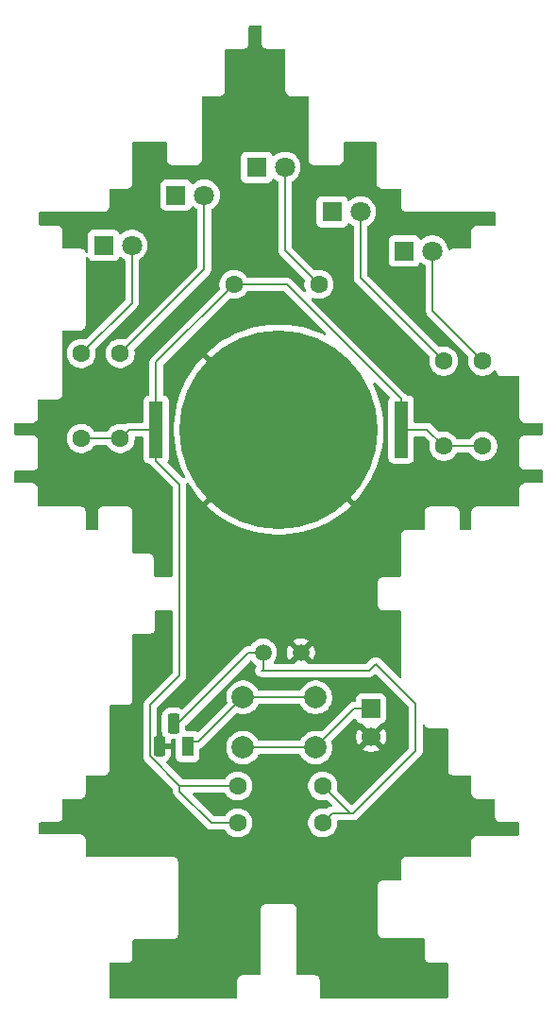
<source format=gbl>
G04 #@! TF.GenerationSoftware,KiCad,Pcbnew,9.0.2*
G04 #@! TF.CreationDate,2025-06-14T15:29:11+03:00*
G04 #@! TF.ProjectId,glowsei,676c6f77-7365-4692-9e6b-696361645f70,rev?*
G04 #@! TF.SameCoordinates,Original*
G04 #@! TF.FileFunction,Copper,L2,Bot*
G04 #@! TF.FilePolarity,Positive*
%FSLAX46Y46*%
G04 Gerber Fmt 4.6, Leading zero omitted, Abs format (unit mm)*
G04 Created by KiCad (PCBNEW 9.0.2) date 2025-06-14 15:29:11*
%MOMM*%
%LPD*%
G01*
G04 APERTURE LIST*
G04 Aperture macros list*
%AMRoundRect*
0 Rectangle with rounded corners*
0 $1 Rounding radius*
0 $2 $3 $4 $5 $6 $7 $8 $9 X,Y pos of 4 corners*
0 Add a 4 corners polygon primitive as box body*
4,1,4,$2,$3,$4,$5,$6,$7,$8,$9,$2,$3,0*
0 Add four circle primitives for the rounded corners*
1,1,$1+$1,$2,$3*
1,1,$1+$1,$4,$5*
1,1,$1+$1,$6,$7*
1,1,$1+$1,$8,$9*
0 Add four rect primitives between the rounded corners*
20,1,$1+$1,$2,$3,$4,$5,0*
20,1,$1+$1,$4,$5,$6,$7,0*
20,1,$1+$1,$6,$7,$8,$9,0*
20,1,$1+$1,$8,$9,$2,$3,0*%
G04 Aperture macros list end*
G04 #@! TA.AperFunction,ComponentPad*
%ADD10R,1.800000X1.800000*%
G04 #@! TD*
G04 #@! TA.AperFunction,ComponentPad*
%ADD11C,1.800000*%
G04 #@! TD*
G04 #@! TA.AperFunction,ComponentPad*
%ADD12C,2.000000*%
G04 #@! TD*
G04 #@! TA.AperFunction,ComponentPad*
%ADD13C,1.500000*%
G04 #@! TD*
G04 #@! TA.AperFunction,ComponentPad*
%ADD14C,1.600000*%
G04 #@! TD*
G04 #@! TA.AperFunction,SMDPad,CuDef*
%ADD15R,1.270000X5.080000*%
G04 #@! TD*
G04 #@! TA.AperFunction,SMDPad,CuDef*
%ADD16C,17.800000*%
G04 #@! TD*
G04 #@! TA.AperFunction,ComponentPad*
%ADD17R,1.100000X1.800000*%
G04 #@! TD*
G04 #@! TA.AperFunction,ComponentPad*
%ADD18RoundRect,0.275000X0.275000X0.625000X-0.275000X0.625000X-0.275000X-0.625000X0.275000X-0.625000X0*%
G04 #@! TD*
G04 #@! TA.AperFunction,ComponentPad*
%ADD19R,1.700000X1.700000*%
G04 #@! TD*
G04 #@! TA.AperFunction,ComponentPad*
%ADD20C,1.700000*%
G04 #@! TD*
G04 #@! TA.AperFunction,ViaPad*
%ADD21C,5.500000*%
G04 #@! TD*
G04 #@! TA.AperFunction,ViaPad*
%ADD22C,0.600000*%
G04 #@! TD*
G04 #@! TA.AperFunction,Conductor*
%ADD23C,0.200000*%
G04 #@! TD*
G04 APERTURE END LIST*
D10*
G04 #@! TO.P,D3,1,K*
G04 #@! TO.N,Net-(D1-K)*
X150725000Y-65500000D03*
D11*
G04 #@! TO.P,D3,2,A*
G04 #@! TO.N,Net-(D3-A)*
X153265000Y-65500000D03*
G04 #@! TD*
D12*
G04 #@! TO.P,SW1,1,1*
G04 #@! TO.N,Net-(D1-K)*
X149500000Y-113000000D03*
X156000000Y-113000000D03*
G04 #@! TO.P,SW1,2,2*
G04 #@! TO.N,Net-(M1-+)*
X149500000Y-117500000D03*
X156000000Y-117500000D03*
G04 #@! TD*
D10*
G04 #@! TO.P,D2,1,K*
G04 #@! TO.N,Net-(D1-K)*
X143500000Y-68000000D03*
D11*
G04 #@! TO.P,D2,2,A*
G04 #@! TO.N,Net-(D2-A)*
X146040000Y-68000000D03*
G04 #@! TD*
D13*
G04 #@! TO.P,R2,1*
G04 #@! TO.N,Net-(Q1-B)*
X151300000Y-109000000D03*
G04 #@! TO.P,R2,2*
G04 #@! TO.N,GND*
X154700000Y-109000000D03*
G04 #@! TD*
D10*
G04 #@! TO.P,D5,1,K*
G04 #@! TO.N,Net-(D1-K)*
X163960000Y-73000000D03*
D11*
G04 #@! TO.P,D5,2,A*
G04 #@! TO.N,Net-(D5-A)*
X166500000Y-73000000D03*
G04 #@! TD*
D10*
G04 #@! TO.P,D1,1,K*
G04 #@! TO.N,Net-(D1-K)*
X137000000Y-72500000D03*
D11*
G04 #@! TO.P,D1,2,A*
G04 #@! TO.N,Net-(D1-A)*
X139540000Y-72500000D03*
G04 #@! TD*
D10*
G04 #@! TO.P,D4,1,K*
G04 #@! TO.N,Net-(D1-K)*
X157500000Y-69500000D03*
D11*
G04 #@! TO.P,D4,2,A*
G04 #@! TO.N,Net-(D4-A)*
X160040000Y-69500000D03*
G04 #@! TD*
D14*
G04 #@! TO.P,R8,1*
G04 #@! TO.N,+3V3*
X171000000Y-90500000D03*
G04 #@! TO.P,R8,2*
G04 #@! TO.N,Net-(D5-A)*
X171000000Y-82880000D03*
G04 #@! TD*
G04 #@! TO.P,R3,1*
G04 #@! TO.N,Net-(Q1-B)*
X156650000Y-124250000D03*
G04 #@! TO.P,R3,2*
G04 #@! TO.N,+3V3*
X149030000Y-124250000D03*
G04 #@! TD*
G04 #@! TO.P,R4,1*
G04 #@! TO.N,Net-(Q1-B)*
X156650000Y-120950000D03*
G04 #@! TO.P,R4,2*
G04 #@! TO.N,+3V3*
X149030000Y-120950000D03*
G04 #@! TD*
D15*
G04 #@! TO.P,BT1,1,+*
G04 #@! TO.N,+3V3*
X163685001Y-89000000D03*
X141715001Y-89000000D03*
D16*
G04 #@! TO.P,BT1,2,-*
G04 #@! TO.N,GND*
X152700001Y-89000000D03*
G04 #@! TD*
D14*
G04 #@! TO.P,R7,1*
G04 #@! TO.N,+3V3*
X167500000Y-90500000D03*
G04 #@! TO.P,R7,2*
G04 #@! TO.N,Net-(D4-A)*
X167500000Y-82880000D03*
G04 #@! TD*
G04 #@! TO.P,R6,1*
G04 #@! TO.N,+3V3*
X148690000Y-76000000D03*
G04 #@! TO.P,R6,2*
G04 #@! TO.N,Net-(D3-A)*
X156310000Y-76000000D03*
G04 #@! TD*
G04 #@! TO.P,R5,1*
G04 #@! TO.N,+3V3*
X138500000Y-89810000D03*
G04 #@! TO.P,R5,2*
G04 #@! TO.N,Net-(D2-A)*
X138500000Y-82190000D03*
G04 #@! TD*
G04 #@! TO.P,R1,1*
G04 #@! TO.N,+3V3*
X135000000Y-89810000D03*
G04 #@! TO.P,R1,2*
G04 #@! TO.N,Net-(D1-A)*
X135000000Y-82190000D03*
G04 #@! TD*
D17*
G04 #@! TO.P,Q1,1,C*
G04 #@! TO.N,Net-(D1-K)*
X144540000Y-117400000D03*
D18*
G04 #@! TO.P,Q1,2,B*
G04 #@! TO.N,Net-(Q1-B)*
X143270000Y-115330000D03*
G04 #@! TO.P,Q1,3,E*
G04 #@! TO.N,GND*
X142000000Y-117400000D03*
G04 #@! TD*
D19*
G04 #@! TO.P,M1,1,+*
G04 #@! TO.N,Net-(M1-+)*
X161000000Y-114000000D03*
D20*
G04 #@! TO.P,M1,2,-*
G04 #@! TO.N,GND*
X161000000Y-116540000D03*
G04 #@! TD*
D21*
G04 #@! TO.N,GND*
X150600000Y-59250000D03*
D22*
X151500000Y-71500000D03*
X152500000Y-101500000D03*
X137500000Y-92500000D03*
X156000000Y-73000000D03*
X150000000Y-72500000D03*
G04 #@! TD*
D23*
G04 #@! TO.N,+3V3*
X143827794Y-120950000D02*
X141149000Y-118271206D01*
X139310000Y-89000000D02*
X138500000Y-89810000D01*
X141149000Y-113701000D02*
X143801000Y-111049000D01*
X146650116Y-124250000D02*
X143827794Y-121427678D01*
X143801000Y-93901000D02*
X141715001Y-91815001D01*
X141149000Y-118271206D02*
X141149000Y-113701000D01*
X167500000Y-90500000D02*
X171000000Y-90500000D01*
X141715001Y-89000000D02*
X141715001Y-82974999D01*
X141715001Y-91815001D02*
X141715001Y-89000000D01*
X163685001Y-89000000D02*
X166000000Y-89000000D01*
X141715001Y-89000000D02*
X139310000Y-89000000D01*
X149030000Y-120950000D02*
X143827794Y-120950000D01*
X166000000Y-89000000D02*
X167500000Y-90500000D01*
X141715001Y-82974999D02*
X148690000Y-76000000D01*
X163685001Y-86260000D02*
X153425001Y-76000000D01*
X153425001Y-76000000D02*
X148690000Y-76000000D01*
X143801000Y-111049000D02*
X143801000Y-93901000D01*
X163685001Y-89000000D02*
X163685001Y-86260000D01*
X143827794Y-121427678D02*
X143827794Y-120950000D01*
X149030000Y-124250000D02*
X146650116Y-124250000D01*
X138500000Y-89810000D02*
X135000000Y-89810000D01*
G04 #@! TO.N,Net-(D1-A)*
X139540000Y-77650000D02*
X139540000Y-72500000D01*
X135000000Y-82190000D02*
X139540000Y-77650000D01*
G04 #@! TO.N,Net-(D1-K)*
X149500000Y-113000000D02*
X156000000Y-113000000D01*
X145500000Y-117000000D02*
X149500000Y-113000000D01*
X144540000Y-117000000D02*
X145500000Y-117000000D01*
G04 #@! TO.N,Net-(D2-A)*
X146040000Y-74650000D02*
X146040000Y-68000000D01*
X138500000Y-82190000D02*
X146040000Y-74650000D01*
G04 #@! TO.N,Net-(D3-A)*
X156310000Y-76000000D02*
X153265000Y-72955000D01*
X153265000Y-72955000D02*
X153265000Y-65500000D01*
G04 #@! TO.N,Net-(D4-A)*
X160040000Y-75420000D02*
X160040000Y-69500000D01*
X167500000Y-82880000D02*
X160040000Y-75420000D01*
G04 #@! TO.N,Net-(D5-A)*
X171000000Y-82880000D02*
X166500000Y-78380000D01*
X166500000Y-78380000D02*
X166500000Y-73000000D01*
G04 #@! TO.N,Net-(M1-+)*
X159500000Y-114000000D02*
X161000000Y-114000000D01*
X156000000Y-117500000D02*
X159500000Y-114000000D01*
X156000000Y-117500000D02*
X149500000Y-117500000D01*
G04 #@! TO.N,Net-(Q1-B)*
X151300000Y-109000000D02*
X150000000Y-109000000D01*
X160800000Y-110600000D02*
X151200000Y-110600000D01*
X159100000Y-123400000D02*
X159400000Y-123400000D01*
X165000000Y-113600000D02*
X161400000Y-110000000D01*
X159400000Y-123400000D02*
X165000000Y-117800000D01*
X151200000Y-110600000D02*
X151300000Y-110500000D01*
X151300000Y-110500000D02*
X151300000Y-109000000D01*
X165000000Y-117800000D02*
X165000000Y-113600000D01*
X150000000Y-109000000D02*
X143270000Y-115730000D01*
X156650000Y-120950000D02*
X159100000Y-123400000D01*
X156650000Y-124250000D02*
X157500000Y-123400000D01*
X161400000Y-110000000D02*
X160800000Y-110600000D01*
X157500000Y-123400000D02*
X159400000Y-123400000D01*
G04 #@! TD*
G04 #@! TA.AperFunction,Conductor*
G04 #@! TO.N,GND*
G36*
X143143539Y-105220185D02*
G01*
X143189294Y-105272989D01*
X143200500Y-105324500D01*
X143200500Y-110748902D01*
X143180815Y-110815941D01*
X143164181Y-110836583D01*
X140668481Y-113332282D01*
X140668479Y-113332285D01*
X140633320Y-113393184D01*
X140633319Y-113393186D01*
X140589423Y-113469214D01*
X140579214Y-113507314D01*
X140548499Y-113621943D01*
X140548499Y-113621945D01*
X140548499Y-113790046D01*
X140548500Y-113790059D01*
X140548500Y-118184536D01*
X140548499Y-118184554D01*
X140548499Y-118350260D01*
X140548498Y-118350260D01*
X140548499Y-118350263D01*
X140589423Y-118502991D01*
X140593540Y-118510121D01*
X140593542Y-118510131D01*
X140593545Y-118510130D01*
X140668477Y-118639918D01*
X140668481Y-118639923D01*
X140787349Y-118758791D01*
X140787355Y-118758796D01*
X143190975Y-121162416D01*
X143205678Y-121189343D01*
X143222271Y-121215162D01*
X143223162Y-121221362D01*
X143224460Y-121223739D01*
X143227294Y-121250097D01*
X143227294Y-121341008D01*
X143227293Y-121341026D01*
X143227293Y-121506732D01*
X143227292Y-121506732D01*
X143268218Y-121659467D01*
X143271926Y-121665889D01*
X143271930Y-121665894D01*
X143347271Y-121796390D01*
X143347275Y-121796395D01*
X143466143Y-121915263D01*
X143466149Y-121915268D01*
X146165255Y-124614374D01*
X146165265Y-124614385D01*
X146169595Y-124618715D01*
X146169596Y-124618716D01*
X146281400Y-124730520D01*
X146368211Y-124780639D01*
X146368213Y-124780641D01*
X146406267Y-124802611D01*
X146418331Y-124809577D01*
X146571059Y-124850500D01*
X147800398Y-124850500D01*
X147867437Y-124870185D01*
X147910883Y-124918205D01*
X147917715Y-124931614D01*
X148038028Y-125097213D01*
X148182786Y-125241971D01*
X148308916Y-125333608D01*
X148348390Y-125362287D01*
X148464607Y-125421503D01*
X148530776Y-125455218D01*
X148530778Y-125455218D01*
X148530781Y-125455220D01*
X148635137Y-125489127D01*
X148725465Y-125518477D01*
X148826557Y-125534488D01*
X148927648Y-125550500D01*
X148927649Y-125550500D01*
X149132351Y-125550500D01*
X149132352Y-125550500D01*
X149334534Y-125518477D01*
X149529219Y-125455220D01*
X149711610Y-125362287D01*
X149831063Y-125275500D01*
X149877213Y-125241971D01*
X149877215Y-125241968D01*
X149877219Y-125241966D01*
X150021966Y-125097219D01*
X150021968Y-125097215D01*
X150021971Y-125097213D01*
X150074732Y-125024590D01*
X150142287Y-124931610D01*
X150235220Y-124749219D01*
X150298477Y-124554534D01*
X150330500Y-124352352D01*
X150330500Y-124147648D01*
X150298477Y-123945466D01*
X150293660Y-123930642D01*
X150240130Y-123765892D01*
X150235220Y-123750781D01*
X150235218Y-123750778D01*
X150235218Y-123750776D01*
X150201503Y-123684607D01*
X150142287Y-123568390D01*
X150097550Y-123506814D01*
X150021971Y-123402786D01*
X149877213Y-123258028D01*
X149711613Y-123137715D01*
X149711612Y-123137714D01*
X149711610Y-123137713D01*
X149654653Y-123108691D01*
X149529223Y-123044781D01*
X149334534Y-122981522D01*
X149159995Y-122953878D01*
X149132352Y-122949500D01*
X148927648Y-122949500D01*
X148903329Y-122953351D01*
X148725465Y-122981522D01*
X148530776Y-123044781D01*
X148348386Y-123137715D01*
X148182786Y-123258028D01*
X148038028Y-123402786D01*
X147917715Y-123568385D01*
X147910883Y-123581795D01*
X147862909Y-123632591D01*
X147800398Y-123649500D01*
X146950213Y-123649500D01*
X146883174Y-123629815D01*
X146862532Y-123613181D01*
X145011532Y-121762181D01*
X144978047Y-121700858D01*
X144983031Y-121631166D01*
X145024903Y-121575233D01*
X145090367Y-121550816D01*
X145099213Y-121550500D01*
X147800398Y-121550500D01*
X147867437Y-121570185D01*
X147910883Y-121618205D01*
X147917715Y-121631614D01*
X148038028Y-121797213D01*
X148182786Y-121941971D01*
X148337749Y-122054556D01*
X148348390Y-122062287D01*
X148445380Y-122111706D01*
X148530776Y-122155218D01*
X148530778Y-122155218D01*
X148530781Y-122155220D01*
X148635137Y-122189127D01*
X148725465Y-122218477D01*
X148826557Y-122234488D01*
X148927648Y-122250500D01*
X148927649Y-122250500D01*
X149132351Y-122250500D01*
X149132352Y-122250500D01*
X149334534Y-122218477D01*
X149529219Y-122155220D01*
X149711610Y-122062287D01*
X149804590Y-121994732D01*
X149877213Y-121941971D01*
X149877215Y-121941968D01*
X149877219Y-121941966D01*
X150021966Y-121797219D01*
X150021968Y-121797215D01*
X150021971Y-121797213D01*
X150117378Y-121665894D01*
X150142287Y-121631610D01*
X150235220Y-121449219D01*
X150298477Y-121254534D01*
X150330500Y-121052352D01*
X150330500Y-120847648D01*
X150298477Y-120645466D01*
X150235220Y-120450781D01*
X150235218Y-120450778D01*
X150235218Y-120450776D01*
X150201503Y-120384607D01*
X150142287Y-120268390D01*
X150134556Y-120257749D01*
X150021971Y-120102786D01*
X149877213Y-119958028D01*
X149711613Y-119837715D01*
X149711612Y-119837714D01*
X149711610Y-119837713D01*
X149651947Y-119807313D01*
X149529223Y-119744781D01*
X149334534Y-119681522D01*
X149159995Y-119653878D01*
X149132352Y-119649500D01*
X148927648Y-119649500D01*
X148903329Y-119653351D01*
X148725465Y-119681522D01*
X148530776Y-119744781D01*
X148348386Y-119837715D01*
X148182786Y-119958028D01*
X148038028Y-120102786D01*
X147917715Y-120268385D01*
X147910883Y-120281795D01*
X147862909Y-120332591D01*
X147800398Y-120349500D01*
X144127892Y-120349500D01*
X144060853Y-120329815D01*
X144040211Y-120313181D01*
X142625882Y-118898852D01*
X142592397Y-118837529D01*
X142597381Y-118767837D01*
X142639253Y-118711904D01*
X142647592Y-118706177D01*
X142761259Y-118634756D01*
X142884753Y-118511262D01*
X142977669Y-118363386D01*
X143035351Y-118198539D01*
X143049999Y-118068530D01*
X143050000Y-118068526D01*
X143050000Y-117650000D01*
X142124000Y-117650000D01*
X142056961Y-117630315D01*
X142011206Y-117577511D01*
X142000000Y-117526000D01*
X142000000Y-117400000D01*
X141874000Y-117400000D01*
X141806961Y-117380315D01*
X141761206Y-117327511D01*
X141751203Y-117281533D01*
X141769745Y-117300075D01*
X141855255Y-117349444D01*
X141950630Y-117375000D01*
X142049370Y-117375000D01*
X142144745Y-117349444D01*
X142230255Y-117300075D01*
X142300075Y-117230255D01*
X142346410Y-117150000D01*
X143050000Y-117150000D01*
X143050000Y-116854500D01*
X143052550Y-116845814D01*
X143051262Y-116836853D01*
X143062240Y-116812812D01*
X143069685Y-116787461D01*
X143076525Y-116781533D01*
X143080287Y-116773297D01*
X143102521Y-116759007D01*
X143122489Y-116741706D01*
X143133003Y-116739418D01*
X143139065Y-116735523D01*
X143174000Y-116730500D01*
X143365500Y-116730500D01*
X143432539Y-116750185D01*
X143478294Y-116802989D01*
X143489500Y-116854500D01*
X143489500Y-118347870D01*
X143489501Y-118347876D01*
X143495908Y-118407483D01*
X143546202Y-118542328D01*
X143546206Y-118542335D01*
X143632452Y-118657544D01*
X143632455Y-118657547D01*
X143747664Y-118743793D01*
X143747671Y-118743797D01*
X143882517Y-118794091D01*
X143882516Y-118794091D01*
X143889444Y-118794835D01*
X143942127Y-118800500D01*
X145137872Y-118800499D01*
X145197483Y-118794091D01*
X145332331Y-118743796D01*
X145447546Y-118657546D01*
X145533796Y-118542331D01*
X145584091Y-118407483D01*
X145590500Y-118347873D01*
X145590499Y-117692581D01*
X145596024Y-117673764D01*
X145596601Y-117654162D01*
X145605664Y-117640931D01*
X145610183Y-117625543D01*
X145625004Y-117612700D01*
X145636088Y-117596521D01*
X145654633Y-117587026D01*
X145662987Y-117579788D01*
X145666328Y-117578321D01*
X145674171Y-117575014D01*
X145731785Y-117559577D01*
X145781904Y-117530639D01*
X145868716Y-117480520D01*
X145967334Y-117381902D01*
X147999500Y-117381902D01*
X147999500Y-117618097D01*
X148036446Y-117851368D01*
X148109433Y-118075996D01*
X148213644Y-118280520D01*
X148216657Y-118286433D01*
X148355483Y-118477510D01*
X148522490Y-118644517D01*
X148713567Y-118783343D01*
X148747236Y-118800498D01*
X148924003Y-118890566D01*
X148924005Y-118890566D01*
X148924008Y-118890568D01*
X149044412Y-118929689D01*
X149148631Y-118963553D01*
X149381903Y-119000500D01*
X149381908Y-119000500D01*
X149618097Y-119000500D01*
X149851368Y-118963553D01*
X150075992Y-118890568D01*
X150286433Y-118783343D01*
X150477510Y-118644517D01*
X150644517Y-118477510D01*
X150783343Y-118286433D01*
X150843583Y-118168204D01*
X150891558Y-118117409D01*
X150954068Y-118100500D01*
X154545932Y-118100500D01*
X154612971Y-118120185D01*
X154656416Y-118168203D01*
X154716657Y-118286433D01*
X154855483Y-118477510D01*
X155022490Y-118644517D01*
X155213567Y-118783343D01*
X155247236Y-118800498D01*
X155424003Y-118890566D01*
X155424005Y-118890566D01*
X155424008Y-118890568D01*
X155544412Y-118929689D01*
X155648631Y-118963553D01*
X155881903Y-119000500D01*
X155881908Y-119000500D01*
X156118097Y-119000500D01*
X156351368Y-118963553D01*
X156575992Y-118890568D01*
X156786433Y-118783343D01*
X156977510Y-118644517D01*
X157144517Y-118477510D01*
X157283343Y-118286433D01*
X157390568Y-118075992D01*
X157463553Y-117851368D01*
X157473099Y-117791095D01*
X157500500Y-117618097D01*
X157500500Y-117381902D01*
X157475868Y-117226390D01*
X157463553Y-117148632D01*
X157422547Y-117022433D01*
X157420553Y-116952593D01*
X157452796Y-116896437D01*
X159448196Y-114901037D01*
X159509517Y-114867554D01*
X159579209Y-114872538D01*
X159635142Y-114914410D01*
X159652077Y-114950632D01*
X159653198Y-114950215D01*
X159706202Y-115092328D01*
X159706206Y-115092335D01*
X159792452Y-115207544D01*
X159792455Y-115207547D01*
X159907664Y-115293793D01*
X159907671Y-115293797D01*
X159952618Y-115310561D01*
X160042517Y-115344091D01*
X160102127Y-115350500D01*
X160112685Y-115350499D01*
X160179723Y-115370179D01*
X160200372Y-115386818D01*
X160870591Y-116057037D01*
X160807007Y-116074075D01*
X160692993Y-116139901D01*
X160599901Y-116232993D01*
X160534075Y-116347007D01*
X160517037Y-116410591D01*
X159884728Y-115778282D01*
X159884727Y-115778282D01*
X159845380Y-115832439D01*
X159748904Y-116021782D01*
X159683242Y-116223869D01*
X159683242Y-116223872D01*
X159650000Y-116433753D01*
X159650000Y-116646246D01*
X159683242Y-116856127D01*
X159683242Y-116856130D01*
X159748904Y-117058217D01*
X159845375Y-117247550D01*
X159884728Y-117301716D01*
X160517036Y-116669407D01*
X160534075Y-116732993D01*
X160599901Y-116847007D01*
X160692993Y-116940099D01*
X160807007Y-117005925D01*
X160870590Y-117022962D01*
X160238282Y-117655269D01*
X160238282Y-117655270D01*
X160292449Y-117694624D01*
X160481782Y-117791095D01*
X160683870Y-117856757D01*
X160893754Y-117890000D01*
X161106246Y-117890000D01*
X161316127Y-117856757D01*
X161316130Y-117856757D01*
X161518217Y-117791095D01*
X161707554Y-117694622D01*
X161761716Y-117655270D01*
X161761717Y-117655270D01*
X161129408Y-117022962D01*
X161192993Y-117005925D01*
X161307007Y-116940099D01*
X161400099Y-116847007D01*
X161465925Y-116732993D01*
X161482962Y-116669408D01*
X162115270Y-117301717D01*
X162115270Y-117301716D01*
X162154622Y-117247554D01*
X162251095Y-117058217D01*
X162316757Y-116856130D01*
X162316757Y-116856127D01*
X162350000Y-116646246D01*
X162350000Y-116433753D01*
X162316757Y-116223872D01*
X162316757Y-116223869D01*
X162251095Y-116021782D01*
X162154624Y-115832449D01*
X162115270Y-115778282D01*
X162115269Y-115778282D01*
X161482962Y-116410590D01*
X161465925Y-116347007D01*
X161400099Y-116232993D01*
X161307007Y-116139901D01*
X161192993Y-116074075D01*
X161129409Y-116057037D01*
X161799627Y-115386818D01*
X161860950Y-115353333D01*
X161887307Y-115350499D01*
X161897872Y-115350499D01*
X161957483Y-115344091D01*
X162092331Y-115293796D01*
X162207546Y-115207546D01*
X162293796Y-115092331D01*
X162344091Y-114957483D01*
X162350500Y-114897873D01*
X162350499Y-113102128D01*
X162344091Y-113042517D01*
X162293796Y-112907669D01*
X162293795Y-112907668D01*
X162293793Y-112907664D01*
X162207547Y-112792455D01*
X162207544Y-112792452D01*
X162092335Y-112706206D01*
X162092328Y-112706202D01*
X161957482Y-112655908D01*
X161957483Y-112655908D01*
X161897883Y-112649501D01*
X161897881Y-112649500D01*
X161897873Y-112649500D01*
X161897864Y-112649500D01*
X160102129Y-112649500D01*
X160102123Y-112649501D01*
X160042516Y-112655908D01*
X159907671Y-112706202D01*
X159907664Y-112706206D01*
X159792455Y-112792452D01*
X159792452Y-112792455D01*
X159706206Y-112907664D01*
X159706202Y-112907671D01*
X159655908Y-113042517D01*
X159649501Y-113102116D01*
X159649501Y-113102123D01*
X159649500Y-113102135D01*
X159649500Y-113275500D01*
X159629815Y-113342539D01*
X159577011Y-113388294D01*
X159525500Y-113399500D01*
X159420940Y-113399500D01*
X159380019Y-113410464D01*
X159380019Y-113410465D01*
X159357579Y-113416478D01*
X159268214Y-113440423D01*
X159268209Y-113440426D01*
X159131290Y-113519475D01*
X159131282Y-113519481D01*
X159019478Y-113631286D01*
X156603563Y-116047200D01*
X156542240Y-116080685D01*
X156477564Y-116077450D01*
X156351370Y-116036447D01*
X156118097Y-115999500D01*
X156118092Y-115999500D01*
X155881908Y-115999500D01*
X155881903Y-115999500D01*
X155648631Y-116036446D01*
X155424003Y-116109433D01*
X155213566Y-116216657D01*
X155203636Y-116223872D01*
X155022490Y-116355483D01*
X155022488Y-116355485D01*
X155022487Y-116355485D01*
X154855485Y-116522487D01*
X154855485Y-116522488D01*
X154855483Y-116522490D01*
X154824491Y-116565147D01*
X154716657Y-116713566D01*
X154656417Y-116831795D01*
X154608442Y-116882591D01*
X154545932Y-116899500D01*
X150954068Y-116899500D01*
X150887029Y-116879815D01*
X150843583Y-116831795D01*
X150820994Y-116787461D01*
X150783343Y-116713567D01*
X150644517Y-116522490D01*
X150477510Y-116355483D01*
X150286433Y-116216657D01*
X150227141Y-116186446D01*
X150075996Y-116109433D01*
X149851368Y-116036446D01*
X149618097Y-115999500D01*
X149618092Y-115999500D01*
X149381908Y-115999500D01*
X149381903Y-115999500D01*
X149148631Y-116036446D01*
X148924003Y-116109433D01*
X148713566Y-116216657D01*
X148703636Y-116223872D01*
X148522490Y-116355483D01*
X148522488Y-116355485D01*
X148522487Y-116355485D01*
X148355485Y-116522487D01*
X148355485Y-116522488D01*
X148355483Y-116522490D01*
X148324491Y-116565147D01*
X148216657Y-116713566D01*
X148109433Y-116924003D01*
X148036446Y-117148631D01*
X147999500Y-117381902D01*
X145967334Y-117381902D01*
X145980520Y-117368716D01*
X145980520Y-117368714D01*
X145990728Y-117358507D01*
X145990730Y-117358504D01*
X148896437Y-114452796D01*
X148957758Y-114419313D01*
X149022433Y-114422547D01*
X149148632Y-114463553D01*
X149236110Y-114477408D01*
X149381903Y-114500500D01*
X149381908Y-114500500D01*
X149618097Y-114500500D01*
X149851368Y-114463553D01*
X149884468Y-114452798D01*
X150075992Y-114390568D01*
X150286433Y-114283343D01*
X150477510Y-114144517D01*
X150644517Y-113977510D01*
X150783343Y-113786433D01*
X150843583Y-113668204D01*
X150891558Y-113617409D01*
X150954068Y-113600500D01*
X154545932Y-113600500D01*
X154612971Y-113620185D01*
X154656416Y-113668203D01*
X154716657Y-113786433D01*
X154855483Y-113977510D01*
X155022490Y-114144517D01*
X155213567Y-114283343D01*
X155312991Y-114334002D01*
X155424003Y-114390566D01*
X155424005Y-114390566D01*
X155424008Y-114390568D01*
X155512476Y-114419313D01*
X155648631Y-114463553D01*
X155881903Y-114500500D01*
X155881908Y-114500500D01*
X156118097Y-114500500D01*
X156351368Y-114463553D01*
X156384468Y-114452798D01*
X156575992Y-114390568D01*
X156786433Y-114283343D01*
X156977510Y-114144517D01*
X157144517Y-113977510D01*
X157283343Y-113786433D01*
X157390568Y-113575992D01*
X157463553Y-113351368D01*
X157470672Y-113306420D01*
X157500500Y-113118097D01*
X157500500Y-112881902D01*
X157463553Y-112648631D01*
X157390566Y-112424003D01*
X157283342Y-112213566D01*
X157144517Y-112022490D01*
X156977510Y-111855483D01*
X156786433Y-111716657D01*
X156575996Y-111609433D01*
X156351368Y-111536446D01*
X156118097Y-111499500D01*
X156118092Y-111499500D01*
X155881908Y-111499500D01*
X155881903Y-111499500D01*
X155648631Y-111536446D01*
X155424003Y-111609433D01*
X155213566Y-111716657D01*
X155104550Y-111795862D01*
X155022490Y-111855483D01*
X155022488Y-111855485D01*
X155022487Y-111855485D01*
X154855485Y-112022487D01*
X154855485Y-112022488D01*
X154855483Y-112022490D01*
X154795862Y-112104550D01*
X154716657Y-112213566D01*
X154656417Y-112331795D01*
X154608442Y-112382591D01*
X154545932Y-112399500D01*
X150954068Y-112399500D01*
X150887029Y-112379815D01*
X150843583Y-112331795D01*
X150783342Y-112213566D01*
X150644517Y-112022490D01*
X150477510Y-111855483D01*
X150286433Y-111716657D01*
X150075996Y-111609433D01*
X149851368Y-111536446D01*
X149618097Y-111499500D01*
X149618092Y-111499500D01*
X149381908Y-111499500D01*
X149381903Y-111499500D01*
X149148631Y-111536446D01*
X148924003Y-111609433D01*
X148713566Y-111716657D01*
X148604550Y-111795862D01*
X148522490Y-111855483D01*
X148522488Y-111855485D01*
X148522487Y-111855485D01*
X148355485Y-112022487D01*
X148355485Y-112022488D01*
X148355483Y-112022490D01*
X148295862Y-112104550D01*
X148216657Y-112213566D01*
X148109433Y-112424003D01*
X148036446Y-112648631D01*
X147999500Y-112881902D01*
X147999500Y-113118097D01*
X148036447Y-113351369D01*
X148036447Y-113351372D01*
X148077450Y-113477564D01*
X148079445Y-113547405D01*
X148047200Y-113603563D01*
X145558272Y-116092491D01*
X145496949Y-116125976D01*
X145427257Y-116120992D01*
X145396281Y-116104077D01*
X145332331Y-116056204D01*
X145332328Y-116056202D01*
X145197482Y-116005908D01*
X145197483Y-116005908D01*
X145137883Y-115999501D01*
X145137881Y-115999500D01*
X145137873Y-115999500D01*
X145137865Y-115999500D01*
X144444500Y-115999500D01*
X144377461Y-115979815D01*
X144331706Y-115927011D01*
X144320500Y-115875500D01*
X144320500Y-115580096D01*
X144340185Y-115513057D01*
X144356814Y-115492420D01*
X150112395Y-109736838D01*
X150173716Y-109703355D01*
X150243408Y-109708339D01*
X150299341Y-109750211D01*
X150300364Y-109751598D01*
X150346172Y-109814646D01*
X150485354Y-109953828D01*
X150644595Y-110069524D01*
X150648386Y-110072278D01*
X150651726Y-110076610D01*
X150656703Y-110078883D01*
X150672833Y-110103982D01*
X150691051Y-110127608D01*
X150692303Y-110134279D01*
X150694477Y-110137661D01*
X150699500Y-110172596D01*
X150699500Y-110232664D01*
X150682889Y-110294661D01*
X150669362Y-110318092D01*
X150669359Y-110318096D01*
X150640425Y-110368209D01*
X150640424Y-110368210D01*
X150640423Y-110368215D01*
X150599499Y-110520943D01*
X150599499Y-110520945D01*
X150599499Y-110679054D01*
X150599498Y-110679054D01*
X150640423Y-110831785D01*
X150669358Y-110881900D01*
X150669359Y-110881904D01*
X150669360Y-110881904D01*
X150719480Y-110968716D01*
X150831284Y-111080520D01*
X150913621Y-111128057D01*
X150968215Y-111159577D01*
X151120943Y-111200501D01*
X151120946Y-111200501D01*
X151286653Y-111200501D01*
X151286669Y-111200500D01*
X160713331Y-111200500D01*
X160713347Y-111200501D01*
X160720943Y-111200501D01*
X160879054Y-111200501D01*
X160879057Y-111200501D01*
X161031785Y-111159577D01*
X161086379Y-111128057D01*
X161168716Y-111080520D01*
X161280520Y-110968716D01*
X161280520Y-110968714D01*
X161290726Y-110958509D01*
X161290732Y-110958502D01*
X161312321Y-110936914D01*
X161373645Y-110903430D01*
X161443336Y-110908416D01*
X161487681Y-110936916D01*
X164363181Y-113812416D01*
X164396666Y-113873739D01*
X164399500Y-113900097D01*
X164399500Y-117499903D01*
X164379815Y-117566942D01*
X164363181Y-117587584D01*
X159337681Y-122613084D01*
X159276358Y-122646569D01*
X159206666Y-122641585D01*
X159162319Y-122613084D01*
X157944077Y-121394842D01*
X157910592Y-121333519D01*
X157913828Y-121268841D01*
X157918477Y-121254534D01*
X157950500Y-121052352D01*
X157950500Y-120847648D01*
X157918477Y-120645466D01*
X157855220Y-120450781D01*
X157855218Y-120450778D01*
X157855218Y-120450776D01*
X157821503Y-120384607D01*
X157762287Y-120268390D01*
X157754556Y-120257749D01*
X157641971Y-120102786D01*
X157497213Y-119958028D01*
X157331613Y-119837715D01*
X157331612Y-119837714D01*
X157331610Y-119837713D01*
X157271947Y-119807313D01*
X157149223Y-119744781D01*
X156954534Y-119681522D01*
X156779995Y-119653878D01*
X156752352Y-119649500D01*
X156547648Y-119649500D01*
X156523329Y-119653351D01*
X156345465Y-119681522D01*
X156150776Y-119744781D01*
X155968386Y-119837715D01*
X155802786Y-119958028D01*
X155658028Y-120102786D01*
X155537715Y-120268386D01*
X155444781Y-120450776D01*
X155381522Y-120645465D01*
X155349500Y-120847648D01*
X155349500Y-121052351D01*
X155381522Y-121254534D01*
X155444781Y-121449223D01*
X155537715Y-121631613D01*
X155658028Y-121797213D01*
X155802786Y-121941971D01*
X155957749Y-122054556D01*
X155968390Y-122062287D01*
X156065380Y-122111706D01*
X156150776Y-122155218D01*
X156150778Y-122155218D01*
X156150781Y-122155220D01*
X156255137Y-122189127D01*
X156345465Y-122218477D01*
X156446557Y-122234488D01*
X156547648Y-122250500D01*
X156547649Y-122250500D01*
X156752351Y-122250500D01*
X156752352Y-122250500D01*
X156954534Y-122218477D01*
X156968842Y-122213827D01*
X157038682Y-122211831D01*
X157094842Y-122244077D01*
X157449934Y-122599169D01*
X157483419Y-122660492D01*
X157478435Y-122730184D01*
X157436563Y-122786117D01*
X157394348Y-122806624D01*
X157268220Y-122840421D01*
X157268209Y-122840426D01*
X157131283Y-122919479D01*
X157131282Y-122919479D01*
X157094838Y-122955923D01*
X157033514Y-122989407D01*
X156968843Y-122986172D01*
X156954533Y-122981522D01*
X156784374Y-122954571D01*
X156752352Y-122949500D01*
X156547648Y-122949500D01*
X156523329Y-122953351D01*
X156345465Y-122981522D01*
X156150776Y-123044781D01*
X155968386Y-123137715D01*
X155802786Y-123258028D01*
X155658028Y-123402786D01*
X155537715Y-123568386D01*
X155444781Y-123750776D01*
X155381522Y-123945465D01*
X155349500Y-124147648D01*
X155349500Y-124352351D01*
X155381522Y-124554534D01*
X155444781Y-124749223D01*
X155537715Y-124931613D01*
X155658028Y-125097213D01*
X155802786Y-125241971D01*
X155928916Y-125333608D01*
X155968390Y-125362287D01*
X156084607Y-125421503D01*
X156150776Y-125455218D01*
X156150778Y-125455218D01*
X156150781Y-125455220D01*
X156255137Y-125489127D01*
X156345465Y-125518477D01*
X156446557Y-125534488D01*
X156547648Y-125550500D01*
X156547649Y-125550500D01*
X156752351Y-125550500D01*
X156752352Y-125550500D01*
X156954534Y-125518477D01*
X157149219Y-125455220D01*
X157331610Y-125362287D01*
X157451063Y-125275500D01*
X157497213Y-125241971D01*
X157497215Y-125241968D01*
X157497219Y-125241966D01*
X157641966Y-125097219D01*
X157641968Y-125097215D01*
X157641971Y-125097213D01*
X157694732Y-125024590D01*
X157762287Y-124931610D01*
X157855220Y-124749219D01*
X157918477Y-124554534D01*
X157950500Y-124352352D01*
X157950500Y-124147648D01*
X157949905Y-124143893D01*
X157958861Y-124074603D01*
X158003858Y-124021152D01*
X158070610Y-124000513D01*
X158072379Y-124000500D01*
X159020942Y-124000500D01*
X159020943Y-124000500D01*
X159313331Y-124000500D01*
X159313347Y-124000501D01*
X159320943Y-124000501D01*
X159479054Y-124000501D01*
X159479057Y-124000501D01*
X159631785Y-123959577D01*
X159681904Y-123930639D01*
X159768716Y-123880520D01*
X159880520Y-123768716D01*
X159880520Y-123768714D01*
X159890728Y-123758507D01*
X159890730Y-123758504D01*
X165358506Y-118290728D01*
X165358511Y-118290724D01*
X165368714Y-118280520D01*
X165368716Y-118280520D01*
X165480520Y-118168716D01*
X165538362Y-118068530D01*
X165555166Y-118039425D01*
X165555167Y-118039423D01*
X165555849Y-118038241D01*
X165559577Y-118031785D01*
X165600501Y-117879057D01*
X165600501Y-117720943D01*
X165600501Y-117713348D01*
X165600500Y-117713330D01*
X165600500Y-115552206D01*
X165620185Y-115485167D01*
X165672989Y-115439412D01*
X165742147Y-115429468D01*
X165805703Y-115458493D01*
X165831887Y-115490206D01*
X165899497Y-115607310D01*
X165899499Y-115607312D01*
X165899500Y-115607314D01*
X165992686Y-115700500D01*
X166106814Y-115766392D01*
X166234108Y-115800500D01*
X166365892Y-115800500D01*
X167775500Y-115800500D01*
X167842539Y-115820185D01*
X167888294Y-115872989D01*
X167899500Y-115924500D01*
X167899500Y-119565891D01*
X167933608Y-119693187D01*
X167963396Y-119744780D01*
X167999500Y-119807314D01*
X168092686Y-119900500D01*
X168206814Y-119966392D01*
X168334108Y-120000500D01*
X168465892Y-120000500D01*
X169875500Y-120000500D01*
X169942539Y-120020185D01*
X169988294Y-120072989D01*
X169999500Y-120124500D01*
X169999500Y-121665891D01*
X170033608Y-121793187D01*
X170035936Y-121797219D01*
X170099500Y-121907314D01*
X170192686Y-122000500D01*
X170306814Y-122066392D01*
X170434108Y-122100500D01*
X171975500Y-122100500D01*
X172042539Y-122120185D01*
X172088294Y-122172989D01*
X172099500Y-122224500D01*
X172099500Y-123765891D01*
X172133608Y-123893187D01*
X172155233Y-123930642D01*
X172199500Y-124007314D01*
X172292686Y-124100500D01*
X172406814Y-124166392D01*
X172534108Y-124200500D01*
X172665892Y-124200500D01*
X174175500Y-124200500D01*
X174242539Y-124220185D01*
X174288294Y-124272989D01*
X174299500Y-124324500D01*
X174299500Y-125275500D01*
X174279815Y-125342539D01*
X174227011Y-125388294D01*
X174175500Y-125399500D01*
X170434108Y-125399500D01*
X170306812Y-125433608D01*
X170192686Y-125499500D01*
X170192683Y-125499502D01*
X170099502Y-125592683D01*
X170099500Y-125592686D01*
X170033608Y-125706812D01*
X169999500Y-125834108D01*
X169999500Y-127175500D01*
X169979815Y-127242539D01*
X169927011Y-127288294D01*
X169875500Y-127299500D01*
X164134108Y-127299500D01*
X164006812Y-127333608D01*
X163892686Y-127399500D01*
X163892683Y-127399502D01*
X163799502Y-127492683D01*
X163799500Y-127492686D01*
X163733608Y-127606812D01*
X163699500Y-127734108D01*
X163699500Y-129275500D01*
X163679815Y-129342539D01*
X163627011Y-129388294D01*
X163575500Y-129399500D01*
X162034108Y-129399500D01*
X161906812Y-129433608D01*
X161792686Y-129499500D01*
X161792683Y-129499502D01*
X161699502Y-129592683D01*
X161699500Y-129592686D01*
X161633608Y-129706812D01*
X161599500Y-129834108D01*
X161599500Y-134165891D01*
X161633608Y-134293187D01*
X161666554Y-134350250D01*
X161699500Y-134407314D01*
X161792686Y-134500500D01*
X161906814Y-134566392D01*
X162034108Y-134600500D01*
X162165892Y-134600500D01*
X165675500Y-134600500D01*
X165742539Y-134620185D01*
X165788294Y-134672989D01*
X165799500Y-134724500D01*
X165799500Y-136365891D01*
X165833608Y-136493187D01*
X165866554Y-136550250D01*
X165899500Y-136607314D01*
X165992686Y-136700500D01*
X166106814Y-136766392D01*
X166234108Y-136800500D01*
X166365892Y-136800500D01*
X167775500Y-136800500D01*
X167842539Y-136820185D01*
X167888294Y-136872989D01*
X167899500Y-136924500D01*
X167899500Y-139875500D01*
X167879815Y-139942539D01*
X167827011Y-139988294D01*
X167775500Y-139999500D01*
X156524500Y-139999500D01*
X156457461Y-139979815D01*
X156411706Y-139927011D01*
X156400500Y-139875500D01*
X156400500Y-138334110D01*
X156400500Y-138334108D01*
X156366392Y-138206814D01*
X156300500Y-138092686D01*
X156207314Y-137999500D01*
X156150250Y-137966554D01*
X156093187Y-137933608D01*
X156029539Y-137916554D01*
X155965892Y-137899500D01*
X155965891Y-137899500D01*
X154424500Y-137899500D01*
X154357461Y-137879815D01*
X154311706Y-137827011D01*
X154300500Y-137775500D01*
X154300500Y-131934110D01*
X154300500Y-131934108D01*
X154266392Y-131806814D01*
X154200500Y-131692686D01*
X154107314Y-131599500D01*
X154050250Y-131566554D01*
X153993187Y-131533608D01*
X153929539Y-131516554D01*
X153865892Y-131499500D01*
X151665892Y-131499500D01*
X151534108Y-131499500D01*
X151406812Y-131533608D01*
X151292686Y-131599500D01*
X151292683Y-131599502D01*
X151199502Y-131692683D01*
X151199500Y-131692686D01*
X151133608Y-131806812D01*
X151099500Y-131934108D01*
X151099500Y-137775500D01*
X151079815Y-137842539D01*
X151027011Y-137888294D01*
X150975500Y-137899500D01*
X149434108Y-137899500D01*
X149306812Y-137933608D01*
X149192686Y-137999500D01*
X149192683Y-137999502D01*
X149099502Y-138092683D01*
X149099500Y-138092686D01*
X149033608Y-138206812D01*
X148999500Y-138334108D01*
X148999500Y-139875500D01*
X148979815Y-139942539D01*
X148927011Y-139988294D01*
X148875500Y-139999500D01*
X137624500Y-139999500D01*
X137557461Y-139979815D01*
X137511706Y-139927011D01*
X137500500Y-139875500D01*
X137500500Y-136924500D01*
X137520185Y-136857461D01*
X137572989Y-136811706D01*
X137624500Y-136800500D01*
X139165890Y-136800500D01*
X139165892Y-136800500D01*
X139293186Y-136766392D01*
X139407314Y-136700500D01*
X139500500Y-136607314D01*
X139566392Y-136493186D01*
X139600500Y-136365892D01*
X139600500Y-134824500D01*
X139620185Y-134757461D01*
X139672989Y-134711706D01*
X139724500Y-134700500D01*
X143265890Y-134700500D01*
X143265892Y-134700500D01*
X143393186Y-134666392D01*
X143507314Y-134600500D01*
X143600500Y-134507314D01*
X143666392Y-134393186D01*
X143700500Y-134265892D01*
X143700500Y-127734108D01*
X143666392Y-127606814D01*
X143600500Y-127492686D01*
X143507314Y-127399500D01*
X143450250Y-127366554D01*
X143393187Y-127333608D01*
X143329539Y-127316554D01*
X143265892Y-127299500D01*
X143265891Y-127299500D01*
X135524500Y-127299500D01*
X135457461Y-127279815D01*
X135411706Y-127227011D01*
X135400500Y-127175500D01*
X135400500Y-125734110D01*
X135400500Y-125734108D01*
X135366392Y-125606814D01*
X135300500Y-125492686D01*
X135207314Y-125399500D01*
X135142854Y-125362284D01*
X135093187Y-125333608D01*
X135029539Y-125316554D01*
X134965892Y-125299500D01*
X134965891Y-125299500D01*
X131324500Y-125299500D01*
X131257461Y-125279815D01*
X131211706Y-125227011D01*
X131200500Y-125175500D01*
X131200500Y-124324500D01*
X131220185Y-124257461D01*
X131272989Y-124211706D01*
X131324500Y-124200500D01*
X132865890Y-124200500D01*
X132865892Y-124200500D01*
X132993186Y-124166392D01*
X133107314Y-124100500D01*
X133200500Y-124007314D01*
X133266392Y-123893186D01*
X133300500Y-123765892D01*
X133300500Y-122224500D01*
X133320185Y-122157461D01*
X133372989Y-122111706D01*
X133424500Y-122100500D01*
X134965890Y-122100500D01*
X134965892Y-122100500D01*
X135093186Y-122066392D01*
X135207314Y-122000500D01*
X135300500Y-121907314D01*
X135366392Y-121793186D01*
X135400500Y-121665892D01*
X135400500Y-120124500D01*
X135420185Y-120057461D01*
X135472989Y-120011706D01*
X135524500Y-120000500D01*
X137065890Y-120000500D01*
X137065892Y-120000500D01*
X137193186Y-119966392D01*
X137307314Y-119900500D01*
X137400500Y-119807314D01*
X137466392Y-119693186D01*
X137500500Y-119565892D01*
X137500500Y-113824500D01*
X137520185Y-113757461D01*
X137572989Y-113711706D01*
X137624500Y-113700500D01*
X139165890Y-113700500D01*
X139165892Y-113700500D01*
X139293186Y-113666392D01*
X139407314Y-113600500D01*
X139500500Y-113507314D01*
X139566392Y-113393186D01*
X139600500Y-113265892D01*
X139600500Y-107424500D01*
X139620185Y-107357461D01*
X139672989Y-107311706D01*
X139724500Y-107300500D01*
X141165890Y-107300500D01*
X141165892Y-107300500D01*
X141293186Y-107266392D01*
X141407314Y-107200500D01*
X141500500Y-107107314D01*
X141566392Y-106993186D01*
X141600500Y-106865892D01*
X141600500Y-105324500D01*
X141620185Y-105257461D01*
X141672989Y-105211706D01*
X141724500Y-105200500D01*
X143076500Y-105200500D01*
X143143539Y-105220185D01*
G37*
G04 #@! TD.AperFunction*
G04 #@! TA.AperFunction,Conductor*
G36*
X151142539Y-52820185D02*
G01*
X151188294Y-52872989D01*
X151199500Y-52924500D01*
X151199500Y-54465891D01*
X151233608Y-54593187D01*
X151266554Y-54650250D01*
X151299500Y-54707314D01*
X151392686Y-54800500D01*
X151506814Y-54866392D01*
X151634108Y-54900500D01*
X151765892Y-54900500D01*
X153175500Y-54900500D01*
X153242539Y-54920185D01*
X153288294Y-54972989D01*
X153299500Y-55024500D01*
X153299500Y-58665891D01*
X153333608Y-58793187D01*
X153366554Y-58850250D01*
X153399500Y-58907314D01*
X153492686Y-59000500D01*
X153606814Y-59066392D01*
X153734108Y-59100500D01*
X153865892Y-59100500D01*
X155275500Y-59100500D01*
X155342539Y-59120185D01*
X155388294Y-59172989D01*
X155399500Y-59224500D01*
X155399500Y-64865891D01*
X155433608Y-64993187D01*
X155466554Y-65050250D01*
X155499500Y-65107314D01*
X155592686Y-65200500D01*
X155706814Y-65266392D01*
X155834108Y-65300500D01*
X155834110Y-65300500D01*
X158065890Y-65300500D01*
X158065892Y-65300500D01*
X158193186Y-65266392D01*
X158307314Y-65200500D01*
X158400500Y-65107314D01*
X158466392Y-64993186D01*
X158500500Y-64865892D01*
X158500500Y-63324500D01*
X158520185Y-63257461D01*
X158572989Y-63211706D01*
X158624500Y-63200500D01*
X161375500Y-63200500D01*
X161442539Y-63220185D01*
X161488294Y-63272989D01*
X161499500Y-63324500D01*
X161499500Y-66965891D01*
X161533608Y-67093187D01*
X161566554Y-67150250D01*
X161599500Y-67207314D01*
X161692686Y-67300500D01*
X161806814Y-67366392D01*
X161934108Y-67400500D01*
X162065892Y-67400500D01*
X163575500Y-67400500D01*
X163642539Y-67420185D01*
X163688294Y-67472989D01*
X163699500Y-67524500D01*
X163699500Y-69065891D01*
X163733608Y-69193187D01*
X163755642Y-69231350D01*
X163799500Y-69307314D01*
X163892686Y-69400500D01*
X164006814Y-69466392D01*
X164134108Y-69500500D01*
X164265892Y-69500500D01*
X172075500Y-69500500D01*
X172142539Y-69520185D01*
X172188294Y-69572989D01*
X172199500Y-69624500D01*
X172199500Y-70575500D01*
X172179815Y-70642539D01*
X172127011Y-70688294D01*
X172075500Y-70699500D01*
X170434108Y-70699500D01*
X170306812Y-70733608D01*
X170192686Y-70799500D01*
X170192683Y-70799502D01*
X170099502Y-70892683D01*
X170099500Y-70892686D01*
X170033608Y-71006812D01*
X169999500Y-71134108D01*
X169999500Y-72675500D01*
X169979815Y-72742539D01*
X169927011Y-72788294D01*
X169875500Y-72799500D01*
X168334108Y-72799500D01*
X168206812Y-72833608D01*
X168092680Y-72899503D01*
X168088048Y-72903058D01*
X168022878Y-72928249D01*
X167954434Y-72914208D01*
X167904446Y-72865392D01*
X167890094Y-72824080D01*
X167866015Y-72672049D01*
X167860444Y-72654903D01*
X167797896Y-72462396D01*
X167797895Y-72462393D01*
X167760895Y-72389778D01*
X167697815Y-72265978D01*
X167629571Y-72172047D01*
X167568247Y-72087641D01*
X167568243Y-72087636D01*
X167412363Y-71931756D01*
X167412358Y-71931752D01*
X167234025Y-71802187D01*
X167234024Y-71802186D01*
X167234022Y-71802185D01*
X167116791Y-71742452D01*
X167037606Y-71702104D01*
X167037603Y-71702103D01*
X166827952Y-71633985D01*
X166719086Y-71616742D01*
X166610222Y-71599500D01*
X166389778Y-71599500D01*
X166317201Y-71610995D01*
X166172047Y-71633985D01*
X165962396Y-71702103D01*
X165962393Y-71702104D01*
X165765974Y-71802187D01*
X165587641Y-71931752D01*
X165587636Y-71931756D01*
X165537463Y-71981929D01*
X165476140Y-72015413D01*
X165406448Y-72010428D01*
X165350515Y-71968557D01*
X165333601Y-71937580D01*
X165303797Y-71857671D01*
X165303793Y-71857664D01*
X165217547Y-71742455D01*
X165217544Y-71742452D01*
X165102335Y-71656206D01*
X165102328Y-71656202D01*
X164967482Y-71605908D01*
X164967483Y-71605908D01*
X164907883Y-71599501D01*
X164907881Y-71599500D01*
X164907873Y-71599500D01*
X164907864Y-71599500D01*
X163012129Y-71599500D01*
X163012123Y-71599501D01*
X162952516Y-71605908D01*
X162817671Y-71656202D01*
X162817664Y-71656206D01*
X162702455Y-71742452D01*
X162702452Y-71742455D01*
X162616206Y-71857664D01*
X162616202Y-71857671D01*
X162565908Y-71992517D01*
X162559501Y-72052116D01*
X162559500Y-72052135D01*
X162559500Y-73947870D01*
X162559501Y-73947876D01*
X162565908Y-74007483D01*
X162616202Y-74142328D01*
X162616206Y-74142335D01*
X162702452Y-74257544D01*
X162702455Y-74257547D01*
X162817664Y-74343793D01*
X162817671Y-74343797D01*
X162952517Y-74394091D01*
X162952516Y-74394091D01*
X162959444Y-74394835D01*
X163012127Y-74400500D01*
X164907872Y-74400499D01*
X164967483Y-74394091D01*
X165102331Y-74343796D01*
X165217546Y-74257546D01*
X165303796Y-74142331D01*
X165331429Y-74068243D01*
X165333601Y-74062420D01*
X165375471Y-74006486D01*
X165440936Y-73982068D01*
X165509209Y-73996919D01*
X165537464Y-74018071D01*
X165587636Y-74068243D01*
X165587641Y-74068247D01*
X165765976Y-74197814D01*
X165831794Y-74231350D01*
X165882591Y-74279324D01*
X165899500Y-74341835D01*
X165899500Y-78293330D01*
X165899499Y-78293348D01*
X165899499Y-78459054D01*
X165899498Y-78459054D01*
X165940423Y-78611785D01*
X165969358Y-78661900D01*
X165969359Y-78661904D01*
X165969360Y-78661904D01*
X166019479Y-78748714D01*
X166019481Y-78748717D01*
X166138349Y-78867585D01*
X166138355Y-78867590D01*
X169705922Y-82435157D01*
X169739407Y-82496480D01*
X169736173Y-82561155D01*
X169731522Y-82575468D01*
X169699500Y-82777648D01*
X169699500Y-82982351D01*
X169731522Y-83184534D01*
X169794781Y-83379223D01*
X169887715Y-83561613D01*
X170008028Y-83727213D01*
X170152786Y-83871971D01*
X170307749Y-83984556D01*
X170318390Y-83992287D01*
X170399297Y-84033511D01*
X170500776Y-84085218D01*
X170500778Y-84085218D01*
X170500781Y-84085220D01*
X170605137Y-84119127D01*
X170695465Y-84148477D01*
X170796557Y-84164488D01*
X170897648Y-84180500D01*
X170897649Y-84180500D01*
X171102351Y-84180500D01*
X171102352Y-84180500D01*
X171304534Y-84148477D01*
X171499219Y-84085220D01*
X171681610Y-83992287D01*
X171818012Y-83893186D01*
X171847213Y-83871971D01*
X171847215Y-83871968D01*
X171847219Y-83871966D01*
X171991966Y-83727219D01*
X171991966Y-83727218D01*
X171995411Y-83723774D01*
X171997132Y-83725495D01*
X172047069Y-83692642D01*
X172116935Y-83691894D01*
X172176114Y-83729036D01*
X172203050Y-83779143D01*
X172233608Y-83893186D01*
X172299500Y-84007314D01*
X172392686Y-84100500D01*
X172506814Y-84166392D01*
X172634108Y-84200500D01*
X174175500Y-84200500D01*
X174242539Y-84220185D01*
X174288294Y-84272989D01*
X174299500Y-84324500D01*
X174299500Y-87965891D01*
X174333608Y-88093187D01*
X174366554Y-88150250D01*
X174399500Y-88207314D01*
X174492686Y-88300500D01*
X174606814Y-88366392D01*
X174734108Y-88400500D01*
X174865892Y-88400500D01*
X176275500Y-88400500D01*
X176342539Y-88420185D01*
X176388294Y-88472989D01*
X176399500Y-88524500D01*
X176399500Y-89375500D01*
X176379815Y-89442539D01*
X176327011Y-89488294D01*
X176275500Y-89499500D01*
X174734108Y-89499500D01*
X174606812Y-89533608D01*
X174492686Y-89599500D01*
X174492683Y-89599502D01*
X174399502Y-89692683D01*
X174399500Y-89692686D01*
X174333608Y-89806812D01*
X174313304Y-89882591D01*
X174299500Y-89934108D01*
X174299500Y-92034108D01*
X174299500Y-92165892D01*
X174316554Y-92229539D01*
X174333608Y-92293187D01*
X174339035Y-92302586D01*
X174399500Y-92407314D01*
X174492686Y-92500500D01*
X174606814Y-92566392D01*
X174734108Y-92600500D01*
X176275500Y-92600500D01*
X176342539Y-92620185D01*
X176388294Y-92672989D01*
X176399500Y-92724500D01*
X176399500Y-93675500D01*
X176379815Y-93742539D01*
X176327011Y-93788294D01*
X176275500Y-93799500D01*
X174734108Y-93799500D01*
X174606812Y-93833608D01*
X174492686Y-93899500D01*
X174492683Y-93899502D01*
X174399502Y-93992683D01*
X174399500Y-93992686D01*
X174333608Y-94106812D01*
X174299500Y-94234108D01*
X174299500Y-95775500D01*
X174279815Y-95842539D01*
X174227011Y-95888294D01*
X174175500Y-95899500D01*
X170434108Y-95899500D01*
X170306812Y-95933608D01*
X170192686Y-95999500D01*
X170192683Y-95999502D01*
X170099502Y-96092683D01*
X170099500Y-96092686D01*
X170033608Y-96206812D01*
X169999500Y-96334108D01*
X169999500Y-97875500D01*
X169979815Y-97942539D01*
X169927011Y-97988294D01*
X169875500Y-97999500D01*
X169024500Y-97999500D01*
X168957461Y-97979815D01*
X168911706Y-97927011D01*
X168900500Y-97875500D01*
X168900500Y-96334110D01*
X168900500Y-96334108D01*
X168866392Y-96206814D01*
X168800500Y-96092686D01*
X168707314Y-95999500D01*
X168650250Y-95966554D01*
X168593187Y-95933608D01*
X168529539Y-95916554D01*
X168465892Y-95899500D01*
X166365892Y-95899500D01*
X166234108Y-95899500D01*
X166106812Y-95933608D01*
X165992686Y-95999500D01*
X165992683Y-95999502D01*
X165899502Y-96092683D01*
X165899500Y-96092686D01*
X165833608Y-96206812D01*
X165799500Y-96334108D01*
X165799500Y-97875500D01*
X165779815Y-97942539D01*
X165727011Y-97988294D01*
X165675500Y-97999500D01*
X164134108Y-97999500D01*
X164006812Y-98033608D01*
X163892686Y-98099500D01*
X163892683Y-98099502D01*
X163799502Y-98192683D01*
X163799500Y-98192686D01*
X163733608Y-98306812D01*
X163699500Y-98434108D01*
X163699500Y-102075500D01*
X163679815Y-102142539D01*
X163627011Y-102188294D01*
X163575500Y-102199500D01*
X162034108Y-102199500D01*
X161906812Y-102233608D01*
X161792686Y-102299500D01*
X161792683Y-102299502D01*
X161699502Y-102392683D01*
X161699500Y-102392686D01*
X161633608Y-102506812D01*
X161599500Y-102634108D01*
X161599500Y-104765891D01*
X161633608Y-104893187D01*
X161666554Y-104950250D01*
X161699500Y-105007314D01*
X161792686Y-105100500D01*
X161906814Y-105166392D01*
X162034108Y-105200500D01*
X162165892Y-105200500D01*
X163575500Y-105200500D01*
X163642539Y-105220185D01*
X163688294Y-105272989D01*
X163699500Y-105324500D01*
X163699500Y-111150903D01*
X163679815Y-111217942D01*
X163627011Y-111263697D01*
X163557853Y-111273641D01*
X163494297Y-111244616D01*
X163487819Y-111238584D01*
X161768718Y-109519483D01*
X161768716Y-109519481D01*
X161631785Y-109440423D01*
X161479057Y-109399499D01*
X161320943Y-109399499D01*
X161206397Y-109430192D01*
X161168214Y-109440423D01*
X161031284Y-109519481D01*
X161031281Y-109519483D01*
X160587584Y-109963181D01*
X160526261Y-109996666D01*
X160499903Y-109999500D01*
X155397309Y-109999500D01*
X155330270Y-109979815D01*
X155309628Y-109963181D01*
X154746447Y-109400000D01*
X154752661Y-109400000D01*
X154854394Y-109372741D01*
X154945606Y-109320080D01*
X155020080Y-109245606D01*
X155072741Y-109154394D01*
X155100000Y-109052661D01*
X155100000Y-109046447D01*
X155743678Y-109690126D01*
X155743678Y-109690125D01*
X155769095Y-109655143D01*
X155858418Y-109479835D01*
X155919221Y-109292705D01*
X155950000Y-109098382D01*
X155950000Y-108901617D01*
X155919221Y-108707294D01*
X155858418Y-108520164D01*
X155769096Y-108344858D01*
X155743678Y-108309873D01*
X155743677Y-108309873D01*
X155100000Y-108953551D01*
X155100000Y-108947339D01*
X155072741Y-108845606D01*
X155020080Y-108754394D01*
X154945606Y-108679920D01*
X154854394Y-108627259D01*
X154752661Y-108600000D01*
X154746447Y-108600000D01*
X155390125Y-107956320D01*
X155390125Y-107956319D01*
X155355145Y-107930905D01*
X155179835Y-107841581D01*
X154992705Y-107780778D01*
X154798382Y-107750000D01*
X154601618Y-107750000D01*
X154407294Y-107780778D01*
X154220161Y-107841582D01*
X154044863Y-107930899D01*
X154044859Y-107930902D01*
X154009873Y-107956320D01*
X154009872Y-107956320D01*
X154653554Y-108600000D01*
X154647339Y-108600000D01*
X154545606Y-108627259D01*
X154454394Y-108679920D01*
X154379920Y-108754394D01*
X154327259Y-108845606D01*
X154300000Y-108947339D01*
X154300000Y-108953552D01*
X153656320Y-108309872D01*
X153656320Y-108309873D01*
X153630902Y-108344859D01*
X153630899Y-108344863D01*
X153541582Y-108520161D01*
X153480778Y-108707294D01*
X153450000Y-108901617D01*
X153450000Y-109098382D01*
X153480778Y-109292705D01*
X153541581Y-109479835D01*
X153630905Y-109655145D01*
X153656319Y-109690125D01*
X153656320Y-109690125D01*
X154300000Y-109046445D01*
X154300000Y-109052661D01*
X154327259Y-109154394D01*
X154379920Y-109245606D01*
X154454394Y-109320080D01*
X154545606Y-109372741D01*
X154647339Y-109400000D01*
X154653553Y-109400000D01*
X154090372Y-109963181D01*
X154029049Y-109996666D01*
X154002691Y-109999500D01*
X152362887Y-109999500D01*
X152295848Y-109979815D01*
X152250093Y-109927011D01*
X152240149Y-109857853D01*
X152262567Y-109802616D01*
X152369524Y-109655405D01*
X152458884Y-109480025D01*
X152519709Y-109292826D01*
X152527188Y-109245606D01*
X152550500Y-109098422D01*
X152550500Y-108901577D01*
X152519709Y-108707173D01*
X152458882Y-108519970D01*
X152393194Y-108391051D01*
X152369524Y-108344595D01*
X152253828Y-108185354D01*
X152114646Y-108046172D01*
X151955405Y-107930476D01*
X151780029Y-107841117D01*
X151592826Y-107780290D01*
X151398422Y-107749500D01*
X151398417Y-107749500D01*
X151201583Y-107749500D01*
X151201578Y-107749500D01*
X151007173Y-107780290D01*
X150819970Y-107841117D01*
X150644594Y-107930476D01*
X150553741Y-107996485D01*
X150485354Y-108046172D01*
X150485352Y-108046174D01*
X150485351Y-108046174D01*
X150346174Y-108185351D01*
X150346174Y-108185352D01*
X150346172Y-108185354D01*
X150230477Y-108344594D01*
X150227722Y-108348386D01*
X150172392Y-108391051D01*
X150127404Y-108399500D01*
X150079057Y-108399500D01*
X149920942Y-108399500D01*
X149768215Y-108440423D01*
X149768214Y-108440423D01*
X149768212Y-108440424D01*
X149768209Y-108440425D01*
X149718096Y-108469359D01*
X149718095Y-108469360D01*
X149674689Y-108494420D01*
X149631285Y-108519479D01*
X149631282Y-108519481D01*
X144116444Y-114034320D01*
X144055121Y-114067805D01*
X143985429Y-114062821D01*
X143962792Y-114051633D01*
X143883606Y-114001878D01*
X143883607Y-114001878D01*
X143718658Y-113944159D01*
X143718648Y-113944157D01*
X143588558Y-113929500D01*
X143588552Y-113929500D01*
X142951448Y-113929500D01*
X142951441Y-113929500D01*
X142821351Y-113944157D01*
X142821341Y-113944159D01*
X142656395Y-114001877D01*
X142508423Y-114094853D01*
X142384853Y-114218423D01*
X142291877Y-114366395D01*
X142234159Y-114531341D01*
X142234157Y-114531351D01*
X142219500Y-114661441D01*
X142219500Y-115998558D01*
X142234157Y-116128648D01*
X142234158Y-116128655D01*
X142234159Y-116128657D01*
X142243041Y-116154041D01*
X142250000Y-116194994D01*
X142250000Y-116719670D01*
X142230255Y-116699925D01*
X142144745Y-116650556D01*
X142049370Y-116625000D01*
X141950630Y-116625000D01*
X141855255Y-116650556D01*
X141769745Y-116699925D01*
X141750000Y-116719670D01*
X141750000Y-115952788D01*
X141749500Y-115948138D01*
X141749500Y-114001096D01*
X141769185Y-113934057D01*
X141785814Y-113913420D01*
X144159506Y-111539727D01*
X144159511Y-111539724D01*
X144169714Y-111529520D01*
X144169716Y-111529520D01*
X144281520Y-111417716D01*
X144360577Y-111280784D01*
X144401500Y-111128057D01*
X144401500Y-95823580D01*
X146229973Y-95823580D01*
X146270786Y-95864393D01*
X146733515Y-96270196D01*
X147221775Y-96644851D01*
X147733487Y-96986766D01*
X147733512Y-96986782D01*
X148266497Y-97294501D01*
X148818473Y-97566705D01*
X149387068Y-97802225D01*
X149387079Y-97802229D01*
X149969853Y-98000055D01*
X149969861Y-98000057D01*
X150564346Y-98159349D01*
X150564364Y-98159353D01*
X151167953Y-98279414D01*
X151167964Y-98279416D01*
X151778140Y-98359747D01*
X152392288Y-98400000D01*
X153007714Y-98400000D01*
X153621861Y-98359747D01*
X154232037Y-98279416D01*
X154232048Y-98279414D01*
X154835637Y-98159353D01*
X154835655Y-98159349D01*
X155430140Y-98000057D01*
X155430148Y-98000055D01*
X156012922Y-97802229D01*
X156012933Y-97802225D01*
X156581528Y-97566705D01*
X157133504Y-97294501D01*
X157666489Y-96986782D01*
X157666514Y-96986766D01*
X158178226Y-96644851D01*
X158666486Y-96270196D01*
X159129208Y-95864400D01*
X159170028Y-95823579D01*
X152700001Y-89353553D01*
X146229973Y-95823580D01*
X144401500Y-95823580D01*
X144401500Y-93889349D01*
X144421185Y-93822310D01*
X144473989Y-93776555D01*
X144543147Y-93766611D01*
X144606703Y-93795636D01*
X144632887Y-93827349D01*
X144713218Y-93966488D01*
X144713234Y-93966513D01*
X145055149Y-94478225D01*
X145429804Y-94966485D01*
X145835607Y-95429214D01*
X145876420Y-95470027D01*
X152346447Y-89000000D01*
X152346447Y-88999999D01*
X145876420Y-82529972D01*
X145876419Y-82529972D01*
X145835629Y-82570762D01*
X145835602Y-82570791D01*
X145429804Y-83033514D01*
X145055149Y-83521774D01*
X144713234Y-84033486D01*
X144713218Y-84033511D01*
X144405499Y-84566496D01*
X144133295Y-85118472D01*
X143897775Y-85687067D01*
X143897771Y-85687078D01*
X143699945Y-86269852D01*
X143699943Y-86269860D01*
X143540651Y-86864345D01*
X143540647Y-86864363D01*
X143420586Y-87467952D01*
X143420584Y-87467963D01*
X143340253Y-88078139D01*
X143300001Y-88692287D01*
X143300001Y-89307712D01*
X143340253Y-89921860D01*
X143420584Y-90532036D01*
X143420586Y-90532047D01*
X143540647Y-91135636D01*
X143540651Y-91135654D01*
X143699943Y-91730139D01*
X143699945Y-91730147D01*
X143897771Y-92312921D01*
X143897775Y-92312932D01*
X144133295Y-92881527D01*
X144290052Y-93199399D01*
X144302048Y-93268231D01*
X144274927Y-93332622D01*
X144217298Y-93372128D01*
X144147460Y-93374207D01*
X144091159Y-93341924D01*
X142757509Y-92008274D01*
X142724024Y-91946951D01*
X142729008Y-91877259D01*
X142745923Y-91846282D01*
X142793797Y-91782331D01*
X142844092Y-91647483D01*
X142850501Y-91587873D01*
X142850500Y-86412128D01*
X142845300Y-86363757D01*
X142844092Y-86352516D01*
X142793798Y-86217671D01*
X142793794Y-86217664D01*
X142707548Y-86102455D01*
X142707545Y-86102452D01*
X142592336Y-86016206D01*
X142592329Y-86016202D01*
X142457483Y-85965908D01*
X142457485Y-85965908D01*
X142426245Y-85962550D01*
X142361694Y-85935812D01*
X142321846Y-85878419D01*
X142315501Y-85839261D01*
X142315501Y-83275095D01*
X142335186Y-83208056D01*
X142351815Y-83187419D01*
X148245158Y-77294075D01*
X148306479Y-77260592D01*
X148371151Y-77263825D01*
X148385466Y-77268477D01*
X148587648Y-77300500D01*
X148587649Y-77300500D01*
X148792351Y-77300500D01*
X148792352Y-77300500D01*
X148994534Y-77268477D01*
X149189219Y-77205220D01*
X149371610Y-77112287D01*
X149464590Y-77044732D01*
X149537213Y-76991971D01*
X149537215Y-76991968D01*
X149537219Y-76991966D01*
X149681966Y-76847219D01*
X149681968Y-76847215D01*
X149681971Y-76847213D01*
X149802284Y-76681614D01*
X149802285Y-76681613D01*
X149802287Y-76681610D01*
X149809117Y-76668204D01*
X149857091Y-76617409D01*
X149919602Y-76600500D01*
X153124904Y-76600500D01*
X153191943Y-76620185D01*
X153212585Y-76636819D01*
X156893951Y-80318185D01*
X156927436Y-80379508D01*
X156922452Y-80449200D01*
X156880580Y-80505133D01*
X156815116Y-80529550D01*
X156751426Y-80517078D01*
X156581528Y-80433294D01*
X156012933Y-80197774D01*
X156012922Y-80197770D01*
X155430148Y-79999944D01*
X155430140Y-79999942D01*
X154835655Y-79840650D01*
X154835637Y-79840646D01*
X154232048Y-79720585D01*
X154232037Y-79720583D01*
X153621861Y-79640252D01*
X153007714Y-79600000D01*
X152392288Y-79600000D01*
X151778140Y-79640252D01*
X151167964Y-79720583D01*
X151167953Y-79720585D01*
X150564364Y-79840646D01*
X150564346Y-79840650D01*
X149969861Y-79999942D01*
X149969853Y-79999944D01*
X149387079Y-80197770D01*
X149387068Y-80197774D01*
X148818473Y-80433294D01*
X148266497Y-80705498D01*
X147733512Y-81013217D01*
X147733487Y-81013233D01*
X147221775Y-81355148D01*
X146733515Y-81729803D01*
X146270792Y-82135601D01*
X146270763Y-82135628D01*
X146229973Y-82176417D01*
X146229973Y-82176418D01*
X152876778Y-88823223D01*
X159523580Y-95470027D01*
X159523581Y-95470027D01*
X159564401Y-95429207D01*
X159970197Y-94966485D01*
X160344852Y-94478225D01*
X160686767Y-93966513D01*
X160686783Y-93966488D01*
X160994502Y-93433503D01*
X161266706Y-92881527D01*
X161502226Y-92312932D01*
X161502230Y-92312921D01*
X161700056Y-91730147D01*
X161700058Y-91730139D01*
X161859350Y-91135654D01*
X161859354Y-91135636D01*
X161979415Y-90532047D01*
X161979417Y-90532036D01*
X162059748Y-89921860D01*
X162100001Y-89307712D01*
X162100001Y-88692287D01*
X162059748Y-88078139D01*
X161979417Y-87467963D01*
X161979415Y-87467952D01*
X161859354Y-86864363D01*
X161859350Y-86864345D01*
X161700058Y-86269860D01*
X161700056Y-86269852D01*
X161502230Y-85687078D01*
X161502226Y-85687067D01*
X161266706Y-85118472D01*
X161182922Y-84948574D01*
X161170926Y-84879742D01*
X161198047Y-84815351D01*
X161255676Y-84775845D01*
X161325514Y-84773766D01*
X161381815Y-84806049D01*
X162610384Y-86034618D01*
X162643869Y-86095941D01*
X162638885Y-86165633D01*
X162621973Y-86196605D01*
X162606209Y-86217664D01*
X162606203Y-86217672D01*
X162555909Y-86352517D01*
X162555378Y-86357461D01*
X162549502Y-86412123D01*
X162549501Y-86412135D01*
X162549501Y-91587870D01*
X162549502Y-91587876D01*
X162555909Y-91647483D01*
X162606203Y-91782328D01*
X162606207Y-91782335D01*
X162692453Y-91897544D01*
X162692456Y-91897547D01*
X162807665Y-91983793D01*
X162807672Y-91983797D01*
X162942518Y-92034091D01*
X162942517Y-92034091D01*
X162949445Y-92034835D01*
X163002128Y-92040500D01*
X164367873Y-92040499D01*
X164427484Y-92034091D01*
X164562332Y-91983796D01*
X164677547Y-91897546D01*
X164763797Y-91782331D01*
X164814092Y-91647483D01*
X164820501Y-91587873D01*
X164820501Y-89724500D01*
X164840186Y-89657461D01*
X164892990Y-89611706D01*
X164944501Y-89600500D01*
X165699903Y-89600500D01*
X165766942Y-89620185D01*
X165787584Y-89636819D01*
X166205922Y-90055157D01*
X166239407Y-90116480D01*
X166236173Y-90181155D01*
X166231522Y-90195468D01*
X166199500Y-90397648D01*
X166199500Y-90602351D01*
X166231522Y-90804534D01*
X166294781Y-90999223D01*
X166387715Y-91181613D01*
X166508028Y-91347213D01*
X166652786Y-91491971D01*
X166800790Y-91599500D01*
X166818390Y-91612287D01*
X166934607Y-91671503D01*
X167000776Y-91705218D01*
X167000778Y-91705218D01*
X167000781Y-91705220D01*
X167088150Y-91733608D01*
X167195465Y-91768477D01*
X167296557Y-91784488D01*
X167397648Y-91800500D01*
X167397649Y-91800500D01*
X167602351Y-91800500D01*
X167602352Y-91800500D01*
X167804534Y-91768477D01*
X167999219Y-91705220D01*
X168181610Y-91612287D01*
X168274590Y-91544732D01*
X168347213Y-91491971D01*
X168347215Y-91491968D01*
X168347219Y-91491966D01*
X168491966Y-91347219D01*
X168491968Y-91347215D01*
X168491971Y-91347213D01*
X168612284Y-91181614D01*
X168612285Y-91181613D01*
X168612287Y-91181610D01*
X168619117Y-91168204D01*
X168667091Y-91117409D01*
X168729602Y-91100500D01*
X169770398Y-91100500D01*
X169837437Y-91120185D01*
X169880883Y-91168205D01*
X169887715Y-91181614D01*
X170008028Y-91347213D01*
X170152786Y-91491971D01*
X170300790Y-91599500D01*
X170318390Y-91612287D01*
X170434607Y-91671503D01*
X170500776Y-91705218D01*
X170500778Y-91705218D01*
X170500781Y-91705220D01*
X170588150Y-91733608D01*
X170695465Y-91768477D01*
X170796557Y-91784488D01*
X170897648Y-91800500D01*
X170897649Y-91800500D01*
X171102351Y-91800500D01*
X171102352Y-91800500D01*
X171304534Y-91768477D01*
X171499219Y-91705220D01*
X171681610Y-91612287D01*
X171774590Y-91544732D01*
X171847213Y-91491971D01*
X171847215Y-91491968D01*
X171847219Y-91491966D01*
X171991966Y-91347219D01*
X171991968Y-91347215D01*
X171991971Y-91347213D01*
X172044732Y-91274590D01*
X172112287Y-91181610D01*
X172205220Y-90999219D01*
X172268477Y-90804534D01*
X172300500Y-90602352D01*
X172300500Y-90397648D01*
X172268477Y-90195466D01*
X172205220Y-90000781D01*
X172205218Y-90000778D01*
X172205218Y-90000776D01*
X172160163Y-89912352D01*
X172112287Y-89818390D01*
X172103875Y-89806812D01*
X171991971Y-89652786D01*
X171847213Y-89508028D01*
X171681613Y-89387715D01*
X171681612Y-89387714D01*
X171681610Y-89387713D01*
X171614567Y-89353553D01*
X171499223Y-89294781D01*
X171304534Y-89231522D01*
X171129995Y-89203878D01*
X171102352Y-89199500D01*
X170897648Y-89199500D01*
X170873329Y-89203351D01*
X170695465Y-89231522D01*
X170500776Y-89294781D01*
X170318386Y-89387715D01*
X170152786Y-89508028D01*
X170008028Y-89652786D01*
X169887715Y-89818385D01*
X169880883Y-89831795D01*
X169832909Y-89882591D01*
X169770398Y-89899500D01*
X168729602Y-89899500D01*
X168662563Y-89879815D01*
X168619117Y-89831795D01*
X168612284Y-89818385D01*
X168491971Y-89652786D01*
X168347213Y-89508028D01*
X168181613Y-89387715D01*
X168181612Y-89387714D01*
X168181610Y-89387713D01*
X168114567Y-89353553D01*
X167999223Y-89294781D01*
X167804534Y-89231522D01*
X167629995Y-89203878D01*
X167602352Y-89199500D01*
X167397648Y-89199500D01*
X167359599Y-89205526D01*
X167195468Y-89231522D01*
X167186717Y-89234365D01*
X167181154Y-89236173D01*
X167111313Y-89238167D01*
X167055157Y-89205922D01*
X166487590Y-88638355D01*
X166487588Y-88638352D01*
X166368717Y-88519481D01*
X166368716Y-88519480D01*
X166281904Y-88469360D01*
X166281904Y-88469359D01*
X166281900Y-88469358D01*
X166231785Y-88440423D01*
X166079057Y-88399499D01*
X165920943Y-88399499D01*
X165913347Y-88399499D01*
X165913331Y-88399500D01*
X164944500Y-88399500D01*
X164877461Y-88379815D01*
X164831706Y-88327011D01*
X164820500Y-88275500D01*
X164820500Y-86412129D01*
X164820499Y-86412123D01*
X164820498Y-86412116D01*
X164815300Y-86363757D01*
X164814092Y-86352516D01*
X164763798Y-86217671D01*
X164763794Y-86217664D01*
X164677548Y-86102455D01*
X164677545Y-86102452D01*
X164562336Y-86016206D01*
X164562329Y-86016202D01*
X164427483Y-85965908D01*
X164427484Y-85965908D01*
X164367884Y-85959501D01*
X164367882Y-85959500D01*
X164367874Y-85959500D01*
X164367866Y-85959500D01*
X164276497Y-85959500D01*
X164209458Y-85939815D01*
X164186233Y-85920520D01*
X164176330Y-85910006D01*
X164165521Y-85891284D01*
X164053717Y-85779480D01*
X164053714Y-85779478D01*
X155685205Y-77410969D01*
X155651720Y-77349646D01*
X155656704Y-77279954D01*
X155698576Y-77224021D01*
X155764040Y-77199604D01*
X155811201Y-77205356D01*
X155918888Y-77240346D01*
X156005465Y-77268477D01*
X156106557Y-77284488D01*
X156207648Y-77300500D01*
X156207649Y-77300500D01*
X156412351Y-77300500D01*
X156412352Y-77300500D01*
X156614534Y-77268477D01*
X156809219Y-77205220D01*
X156991610Y-77112287D01*
X157084590Y-77044732D01*
X157157213Y-76991971D01*
X157157215Y-76991968D01*
X157157219Y-76991966D01*
X157301966Y-76847219D01*
X157301968Y-76847215D01*
X157301971Y-76847213D01*
X157354732Y-76774590D01*
X157422287Y-76681610D01*
X157515220Y-76499219D01*
X157578477Y-76304534D01*
X157610500Y-76102352D01*
X157610500Y-75897648D01*
X157578477Y-75695466D01*
X157515220Y-75500781D01*
X157515218Y-75500778D01*
X157515218Y-75500776D01*
X157481503Y-75434607D01*
X157422287Y-75318390D01*
X157414556Y-75307749D01*
X157301971Y-75152786D01*
X157157213Y-75008028D01*
X156991612Y-74887714D01*
X156809223Y-74794781D01*
X156614534Y-74731522D01*
X156439995Y-74703878D01*
X156412352Y-74699500D01*
X156207648Y-74699500D01*
X156169599Y-74705526D01*
X156005468Y-74731522D01*
X155996717Y-74734365D01*
X155991154Y-74736173D01*
X155921313Y-74738167D01*
X155865157Y-74705922D01*
X153901819Y-72742584D01*
X153868334Y-72681261D01*
X153865500Y-72654903D01*
X153865500Y-68552135D01*
X156099500Y-68552135D01*
X156099500Y-70447870D01*
X156099501Y-70447876D01*
X156105908Y-70507483D01*
X156156202Y-70642328D01*
X156156206Y-70642335D01*
X156242452Y-70757544D01*
X156242455Y-70757547D01*
X156357664Y-70843793D01*
X156357671Y-70843797D01*
X156492517Y-70894091D01*
X156492516Y-70894091D01*
X156499444Y-70894835D01*
X156552127Y-70900500D01*
X158447872Y-70900499D01*
X158507483Y-70894091D01*
X158642331Y-70843796D01*
X158757546Y-70757546D01*
X158843796Y-70642331D01*
X158871429Y-70568243D01*
X158873601Y-70562420D01*
X158915471Y-70506486D01*
X158980936Y-70482068D01*
X159049209Y-70496919D01*
X159077464Y-70518071D01*
X159127636Y-70568243D01*
X159127641Y-70568247D01*
X159305976Y-70697814D01*
X159371794Y-70731350D01*
X159422591Y-70779324D01*
X159439500Y-70841835D01*
X159439500Y-75333330D01*
X159439499Y-75333348D01*
X159439499Y-75499054D01*
X159439498Y-75499054D01*
X159480423Y-75651785D01*
X159505641Y-75695462D01*
X159505642Y-75695466D01*
X159505643Y-75695466D01*
X159512484Y-75707316D01*
X159559479Y-75788714D01*
X159559481Y-75788717D01*
X159678349Y-75907585D01*
X159678355Y-75907590D01*
X166205922Y-82435157D01*
X166239407Y-82496480D01*
X166236173Y-82561155D01*
X166231522Y-82575468D01*
X166199500Y-82777648D01*
X166199500Y-82982351D01*
X166231522Y-83184534D01*
X166294781Y-83379223D01*
X166387715Y-83561613D01*
X166508028Y-83727213D01*
X166652786Y-83871971D01*
X166807749Y-83984556D01*
X166818390Y-83992287D01*
X166899297Y-84033511D01*
X167000776Y-84085218D01*
X167000778Y-84085218D01*
X167000781Y-84085220D01*
X167105137Y-84119127D01*
X167195465Y-84148477D01*
X167296557Y-84164488D01*
X167397648Y-84180500D01*
X167397649Y-84180500D01*
X167602351Y-84180500D01*
X167602352Y-84180500D01*
X167804534Y-84148477D01*
X167999219Y-84085220D01*
X168181610Y-83992287D01*
X168318012Y-83893186D01*
X168347213Y-83871971D01*
X168347215Y-83871968D01*
X168347219Y-83871966D01*
X168491966Y-83727219D01*
X168491968Y-83727215D01*
X168491971Y-83727213D01*
X168544732Y-83654590D01*
X168612287Y-83561610D01*
X168705220Y-83379219D01*
X168768477Y-83184534D01*
X168800500Y-82982352D01*
X168800500Y-82777648D01*
X168781630Y-82658509D01*
X168768477Y-82575465D01*
X168705218Y-82380776D01*
X168660163Y-82292352D01*
X168612287Y-82198390D01*
X168596323Y-82176417D01*
X168491971Y-82032786D01*
X168347213Y-81888028D01*
X168181613Y-81767715D01*
X168181612Y-81767714D01*
X168181610Y-81767713D01*
X168107208Y-81729803D01*
X167999223Y-81674781D01*
X167804534Y-81611522D01*
X167629995Y-81583878D01*
X167602352Y-81579500D01*
X167397648Y-81579500D01*
X167359599Y-81585526D01*
X167195468Y-81611522D01*
X167186717Y-81614365D01*
X167181154Y-81616173D01*
X167111313Y-81618167D01*
X167055157Y-81585922D01*
X160676819Y-75207584D01*
X160643334Y-75146261D01*
X160640500Y-75119903D01*
X160640500Y-70841835D01*
X160660185Y-70774796D01*
X160708206Y-70731350D01*
X160708547Y-70731175D01*
X160774022Y-70697815D01*
X160952365Y-70568242D01*
X161108242Y-70412365D01*
X161237815Y-70234022D01*
X161337895Y-70037606D01*
X161406015Y-69827951D01*
X161440500Y-69610222D01*
X161440500Y-69389778D01*
X161406015Y-69172049D01*
X161349113Y-68996919D01*
X161337896Y-68962396D01*
X161337895Y-68962393D01*
X161258622Y-68806814D01*
X161237815Y-68765978D01*
X161179501Y-68685715D01*
X161108247Y-68587641D01*
X161108243Y-68587636D01*
X160952363Y-68431756D01*
X160952358Y-68431752D01*
X160774025Y-68302187D01*
X160774024Y-68302186D01*
X160774022Y-68302185D01*
X160656791Y-68242452D01*
X160577606Y-68202104D01*
X160577603Y-68202103D01*
X160367952Y-68133985D01*
X160259086Y-68116742D01*
X160150222Y-68099500D01*
X159929778Y-68099500D01*
X159862082Y-68110222D01*
X159712047Y-68133985D01*
X159502396Y-68202103D01*
X159502393Y-68202104D01*
X159305974Y-68302187D01*
X159127641Y-68431752D01*
X159127636Y-68431756D01*
X159077463Y-68481929D01*
X159016140Y-68515413D01*
X158946448Y-68510428D01*
X158890515Y-68468557D01*
X158873601Y-68437580D01*
X158843797Y-68357671D01*
X158843793Y-68357664D01*
X158757547Y-68242455D01*
X158757544Y-68242452D01*
X158642335Y-68156206D01*
X158642328Y-68156202D01*
X158507482Y-68105908D01*
X158507483Y-68105908D01*
X158447883Y-68099501D01*
X158447881Y-68099500D01*
X158447873Y-68099500D01*
X158447864Y-68099500D01*
X156552129Y-68099500D01*
X156552123Y-68099501D01*
X156492516Y-68105908D01*
X156357671Y-68156202D01*
X156357664Y-68156206D01*
X156242455Y-68242452D01*
X156242452Y-68242455D01*
X156156206Y-68357664D01*
X156156202Y-68357671D01*
X156105908Y-68492517D01*
X156099501Y-68552116D01*
X156099500Y-68552135D01*
X153865500Y-68552135D01*
X153865500Y-66841835D01*
X153885185Y-66774796D01*
X153933206Y-66731350D01*
X153933547Y-66731175D01*
X153999022Y-66697815D01*
X154177365Y-66568242D01*
X154333242Y-66412365D01*
X154462815Y-66234022D01*
X154562895Y-66037606D01*
X154631015Y-65827951D01*
X154665500Y-65610222D01*
X154665500Y-65389778D01*
X154631015Y-65172049D01*
X154562895Y-64962394D01*
X154562895Y-64962393D01*
X154513723Y-64865890D01*
X154462815Y-64765978D01*
X154404501Y-64685715D01*
X154333247Y-64587641D01*
X154333243Y-64587636D01*
X154177363Y-64431756D01*
X154177358Y-64431752D01*
X153999025Y-64302187D01*
X153999024Y-64302186D01*
X153999022Y-64302185D01*
X153881791Y-64242452D01*
X153802606Y-64202104D01*
X153802603Y-64202103D01*
X153592952Y-64133985D01*
X153484086Y-64116742D01*
X153375222Y-64099500D01*
X153154778Y-64099500D01*
X153082201Y-64110995D01*
X152937047Y-64133985D01*
X152727396Y-64202103D01*
X152727393Y-64202104D01*
X152530974Y-64302187D01*
X152352641Y-64431752D01*
X152352636Y-64431756D01*
X152302463Y-64481929D01*
X152241140Y-64515413D01*
X152171448Y-64510428D01*
X152115515Y-64468557D01*
X152098601Y-64437580D01*
X152068797Y-64357671D01*
X152068793Y-64357664D01*
X151982547Y-64242455D01*
X151982544Y-64242452D01*
X151867335Y-64156206D01*
X151867328Y-64156202D01*
X151732482Y-64105908D01*
X151732483Y-64105908D01*
X151672883Y-64099501D01*
X151672881Y-64099500D01*
X151672873Y-64099500D01*
X151672864Y-64099500D01*
X149777129Y-64099500D01*
X149777123Y-64099501D01*
X149717516Y-64105908D01*
X149582671Y-64156202D01*
X149582664Y-64156206D01*
X149467455Y-64242452D01*
X149467452Y-64242455D01*
X149381206Y-64357664D01*
X149381202Y-64357671D01*
X149330908Y-64492517D01*
X149324501Y-64552116D01*
X149324500Y-64552135D01*
X149324500Y-66447870D01*
X149324501Y-66447876D01*
X149330908Y-66507483D01*
X149381202Y-66642328D01*
X149381206Y-66642335D01*
X149467452Y-66757544D01*
X149467455Y-66757547D01*
X149582664Y-66843793D01*
X149582671Y-66843797D01*
X149717517Y-66894091D01*
X149717516Y-66894091D01*
X149724444Y-66894835D01*
X149777127Y-66900500D01*
X151672872Y-66900499D01*
X151732483Y-66894091D01*
X151867331Y-66843796D01*
X151982546Y-66757546D01*
X152068796Y-66642331D01*
X152084771Y-66599500D01*
X152098601Y-66562420D01*
X152140471Y-66506486D01*
X152205936Y-66482068D01*
X152274209Y-66496919D01*
X152302464Y-66518071D01*
X152352636Y-66568243D01*
X152352641Y-66568247D01*
X152530976Y-66697814D01*
X152596794Y-66731350D01*
X152647591Y-66779324D01*
X152664500Y-66841835D01*
X152664500Y-72868330D01*
X152664499Y-72868348D01*
X152664499Y-73034054D01*
X152664498Y-73034054D01*
X152705423Y-73186785D01*
X152732694Y-73234018D01*
X152732695Y-73234022D01*
X152732696Y-73234022D01*
X152784479Y-73323714D01*
X152784481Y-73323717D01*
X152903349Y-73442585D01*
X152903355Y-73442590D01*
X155015922Y-75555157D01*
X155049407Y-75616480D01*
X155046173Y-75681155D01*
X155041523Y-75695466D01*
X155009500Y-75897648D01*
X155009500Y-76102351D01*
X155041523Y-76304535D01*
X155041523Y-76304538D01*
X155104642Y-76498795D01*
X155106637Y-76568636D01*
X155070557Y-76628469D01*
X155007856Y-76659297D01*
X154938442Y-76651332D01*
X154899030Y-76624794D01*
X153912591Y-75638355D01*
X153912589Y-75638352D01*
X153793718Y-75519481D01*
X153793717Y-75519480D01*
X153700899Y-75465892D01*
X153656786Y-75440423D01*
X153504058Y-75399499D01*
X153345944Y-75399499D01*
X153338348Y-75399499D01*
X153338332Y-75399500D01*
X149919602Y-75399500D01*
X149852563Y-75379815D01*
X149809117Y-75331795D01*
X149802284Y-75318385D01*
X149681971Y-75152786D01*
X149537213Y-75008028D01*
X149371612Y-74887714D01*
X149189223Y-74794781D01*
X148994534Y-74731522D01*
X148819995Y-74703878D01*
X148792352Y-74699500D01*
X148587648Y-74699500D01*
X148563329Y-74703351D01*
X148385465Y-74731522D01*
X148190776Y-74794781D01*
X148008388Y-74887714D01*
X147842786Y-75008028D01*
X147698028Y-75152786D01*
X147577715Y-75318386D01*
X147484781Y-75500776D01*
X147421524Y-75695462D01*
X147421523Y-75695464D01*
X147389500Y-75897648D01*
X147389500Y-76102351D01*
X147421522Y-76304534D01*
X147426173Y-76318848D01*
X147428165Y-76388690D01*
X147395921Y-76444842D01*
X141349381Y-82491382D01*
X141349374Y-82491389D01*
X141346287Y-82494477D01*
X141346285Y-82494479D01*
X141234481Y-82606283D01*
X141210272Y-82648215D01*
X141204330Y-82658506D01*
X141204328Y-82658509D01*
X141155425Y-82743212D01*
X141155424Y-82743214D01*
X141114500Y-82895942D01*
X141114500Y-82895944D01*
X141114500Y-83064045D01*
X141114501Y-83064058D01*
X141114501Y-85839261D01*
X141094816Y-85906300D01*
X141042012Y-85952055D01*
X141003755Y-85962551D01*
X140972517Y-85965909D01*
X140837672Y-86016202D01*
X140837665Y-86016206D01*
X140722456Y-86102452D01*
X140722453Y-86102455D01*
X140636207Y-86217664D01*
X140636203Y-86217671D01*
X140585909Y-86352517D01*
X140585378Y-86357461D01*
X140579502Y-86412123D01*
X140579501Y-86412135D01*
X140579501Y-88275500D01*
X140559816Y-88342539D01*
X140507012Y-88388294D01*
X140455501Y-88399500D01*
X139396669Y-88399500D01*
X139396653Y-88399499D01*
X139389057Y-88399499D01*
X139230943Y-88399499D01*
X139123587Y-88428265D01*
X139078210Y-88440424D01*
X139078209Y-88440425D01*
X139029327Y-88468647D01*
X139029272Y-88468680D01*
X139028095Y-88469360D01*
X138941284Y-88519480D01*
X138934323Y-88526440D01*
X138921604Y-88534178D01*
X138901633Y-88539510D01*
X138883490Y-88549412D01*
X138867541Y-88548612D01*
X138854099Y-88552202D01*
X138838340Y-88547149D01*
X138818845Y-88546172D01*
X138804535Y-88541523D01*
X138697057Y-88524500D01*
X138602352Y-88509500D01*
X138397648Y-88509500D01*
X138373329Y-88513351D01*
X138195465Y-88541522D01*
X138000776Y-88604781D01*
X137818386Y-88697715D01*
X137652786Y-88818028D01*
X137508028Y-88962786D01*
X137387715Y-89128385D01*
X137380883Y-89141795D01*
X137332909Y-89192591D01*
X137270398Y-89209500D01*
X136229602Y-89209500D01*
X136162563Y-89189815D01*
X136119117Y-89141795D01*
X136112284Y-89128385D01*
X135991971Y-88962786D01*
X135847213Y-88818028D01*
X135681613Y-88697715D01*
X135681612Y-88697714D01*
X135681610Y-88697713D01*
X135624653Y-88668691D01*
X135499223Y-88604781D01*
X135304534Y-88541522D01*
X135129995Y-88513878D01*
X135102352Y-88509500D01*
X134897648Y-88509500D01*
X134873329Y-88513351D01*
X134695465Y-88541522D01*
X134500776Y-88604781D01*
X134318386Y-88697715D01*
X134152786Y-88818028D01*
X134008028Y-88962786D01*
X133887715Y-89128386D01*
X133794781Y-89310776D01*
X133731522Y-89505465D01*
X133699500Y-89707648D01*
X133699500Y-89912351D01*
X133731522Y-90114534D01*
X133794781Y-90309223D01*
X133887715Y-90491613D01*
X134008028Y-90657213D01*
X134152786Y-90801971D01*
X134307749Y-90914556D01*
X134318390Y-90922287D01*
X134434607Y-90981503D01*
X134500776Y-91015218D01*
X134500778Y-91015218D01*
X134500781Y-91015220D01*
X134605137Y-91049127D01*
X134695465Y-91078477D01*
X134796557Y-91094488D01*
X134897648Y-91110500D01*
X134897649Y-91110500D01*
X135102351Y-91110500D01*
X135102352Y-91110500D01*
X135304534Y-91078477D01*
X135499219Y-91015220D01*
X135681610Y-90922287D01*
X135774590Y-90854732D01*
X135847213Y-90801971D01*
X135847215Y-90801968D01*
X135847219Y-90801966D01*
X135991966Y-90657219D01*
X135991968Y-90657215D01*
X135991971Y-90657213D01*
X136112284Y-90491614D01*
X136112285Y-90491613D01*
X136112287Y-90491610D01*
X136119117Y-90478204D01*
X136167091Y-90427409D01*
X136229602Y-90410500D01*
X137270398Y-90410500D01*
X137337437Y-90430185D01*
X137380883Y-90478205D01*
X137387715Y-90491614D01*
X137508028Y-90657213D01*
X137652786Y-90801971D01*
X137807749Y-90914556D01*
X137818390Y-90922287D01*
X137934607Y-90981503D01*
X138000776Y-91015218D01*
X138000778Y-91015218D01*
X138000781Y-91015220D01*
X138105137Y-91049127D01*
X138195465Y-91078477D01*
X138296557Y-91094488D01*
X138397648Y-91110500D01*
X138397649Y-91110500D01*
X138602351Y-91110500D01*
X138602352Y-91110500D01*
X138804534Y-91078477D01*
X138999219Y-91015220D01*
X139181610Y-90922287D01*
X139274590Y-90854732D01*
X139347213Y-90801971D01*
X139347215Y-90801968D01*
X139347219Y-90801966D01*
X139491966Y-90657219D01*
X139491968Y-90657215D01*
X139491971Y-90657213D01*
X139582916Y-90532036D01*
X139612287Y-90491610D01*
X139705220Y-90309219D01*
X139768477Y-90114534D01*
X139800500Y-89912352D01*
X139800500Y-89724500D01*
X139820185Y-89657461D01*
X139872989Y-89611706D01*
X139924500Y-89600500D01*
X140455502Y-89600500D01*
X140522541Y-89620185D01*
X140568296Y-89672989D01*
X140579502Y-89724500D01*
X140579502Y-91587876D01*
X140585909Y-91647483D01*
X140636203Y-91782328D01*
X140636207Y-91782335D01*
X140722453Y-91897544D01*
X140722456Y-91897547D01*
X140837665Y-91983793D01*
X140837672Y-91983797D01*
X140972517Y-92034091D01*
X140998420Y-92036875D01*
X141032128Y-92040500D01*
X141080203Y-92040499D01*
X141147240Y-92060182D01*
X141187590Y-92102500D01*
X141234476Y-92183710D01*
X141234482Y-92183718D01*
X141353350Y-92302586D01*
X141353356Y-92302591D01*
X143164181Y-94113416D01*
X143197666Y-94174739D01*
X143200500Y-94201097D01*
X143200500Y-102075500D01*
X143180815Y-102142539D01*
X143128011Y-102188294D01*
X143076500Y-102199500D01*
X141624500Y-102199500D01*
X141557461Y-102179815D01*
X141511706Y-102127011D01*
X141500500Y-102075500D01*
X141500500Y-100534110D01*
X141500500Y-100534108D01*
X141466392Y-100406814D01*
X141400500Y-100292686D01*
X141307314Y-100199500D01*
X141250250Y-100166554D01*
X141193187Y-100133608D01*
X141129539Y-100116554D01*
X141065892Y-100099500D01*
X141065891Y-100099500D01*
X139724500Y-100099500D01*
X139657461Y-100079815D01*
X139611706Y-100027011D01*
X139600500Y-99975500D01*
X139600500Y-96334110D01*
X139600500Y-96334108D01*
X139566392Y-96206814D01*
X139500500Y-96092686D01*
X139407314Y-95999500D01*
X139350250Y-95966554D01*
X139293187Y-95933608D01*
X139229539Y-95916554D01*
X139165892Y-95899500D01*
X137065892Y-95899500D01*
X136934108Y-95899500D01*
X136806812Y-95933608D01*
X136692686Y-95999500D01*
X136692683Y-95999502D01*
X136599502Y-96092683D01*
X136599500Y-96092686D01*
X136533608Y-96206812D01*
X136499500Y-96334108D01*
X136499500Y-97875500D01*
X136479815Y-97942539D01*
X136427011Y-97988294D01*
X136375500Y-97999500D01*
X135524500Y-97999500D01*
X135457461Y-97979815D01*
X135411706Y-97927011D01*
X135400500Y-97875500D01*
X135400500Y-96334110D01*
X135400500Y-96334108D01*
X135366392Y-96206814D01*
X135300500Y-96092686D01*
X135207314Y-95999500D01*
X135150250Y-95966554D01*
X135093187Y-95933608D01*
X135029539Y-95916554D01*
X134965892Y-95899500D01*
X134965891Y-95899500D01*
X131224500Y-95899500D01*
X131157461Y-95879815D01*
X131111706Y-95827011D01*
X131100500Y-95775500D01*
X131100500Y-94234110D01*
X131100500Y-94234108D01*
X131066392Y-94106814D01*
X131000500Y-93992686D01*
X130907314Y-93899500D01*
X130850250Y-93866554D01*
X130793187Y-93833608D01*
X130729539Y-93816554D01*
X130665892Y-93799500D01*
X130665891Y-93799500D01*
X129124500Y-93799500D01*
X129057461Y-93779815D01*
X129011706Y-93727011D01*
X129000500Y-93675500D01*
X129000500Y-92824500D01*
X129020185Y-92757461D01*
X129072989Y-92711706D01*
X129124500Y-92700500D01*
X130665890Y-92700500D01*
X130665892Y-92700500D01*
X130793186Y-92666392D01*
X130907314Y-92600500D01*
X131000500Y-92507314D01*
X131066392Y-92393186D01*
X131100500Y-92265892D01*
X131100500Y-89934108D01*
X131066392Y-89806814D01*
X131000500Y-89692686D01*
X130907314Y-89599500D01*
X130850250Y-89566554D01*
X130793187Y-89533608D01*
X130729539Y-89516554D01*
X130665892Y-89499500D01*
X130665891Y-89499500D01*
X129124500Y-89499500D01*
X129057461Y-89479815D01*
X129011706Y-89427011D01*
X129000500Y-89375500D01*
X129000500Y-88524500D01*
X129020185Y-88457461D01*
X129072989Y-88411706D01*
X129124500Y-88400500D01*
X130665890Y-88400500D01*
X130665892Y-88400500D01*
X130793186Y-88366392D01*
X130907314Y-88300500D01*
X131000500Y-88207314D01*
X131066392Y-88093186D01*
X131100500Y-87965892D01*
X131100500Y-86424500D01*
X131120185Y-86357461D01*
X131172989Y-86311706D01*
X131224500Y-86300500D01*
X132865890Y-86300500D01*
X132865892Y-86300500D01*
X132993186Y-86266392D01*
X133107314Y-86200500D01*
X133200500Y-86107314D01*
X133266392Y-85993186D01*
X133300500Y-85865892D01*
X133300500Y-80224500D01*
X133320185Y-80157461D01*
X133372989Y-80111706D01*
X133424500Y-80100500D01*
X134965890Y-80100500D01*
X134965892Y-80100500D01*
X135093186Y-80066392D01*
X135207314Y-80000500D01*
X135300500Y-79907314D01*
X135366392Y-79793186D01*
X135400500Y-79665892D01*
X135400500Y-73644048D01*
X135420185Y-73577009D01*
X135472989Y-73531254D01*
X135542147Y-73521310D01*
X135605703Y-73550335D01*
X135640682Y-73600715D01*
X135656202Y-73642328D01*
X135656206Y-73642335D01*
X135742452Y-73757544D01*
X135742455Y-73757547D01*
X135857664Y-73843793D01*
X135857671Y-73843797D01*
X135992517Y-73894091D01*
X135992516Y-73894091D01*
X135999444Y-73894835D01*
X136052127Y-73900500D01*
X137947872Y-73900499D01*
X138007483Y-73894091D01*
X138142331Y-73843796D01*
X138257546Y-73757546D01*
X138343796Y-73642331D01*
X138343798Y-73642326D01*
X138373601Y-73562420D01*
X138415471Y-73506486D01*
X138480936Y-73482068D01*
X138549209Y-73496919D01*
X138577464Y-73518071D01*
X138627636Y-73568243D01*
X138627641Y-73568247D01*
X138805976Y-73697814D01*
X138871794Y-73731350D01*
X138922591Y-73779324D01*
X138939500Y-73841835D01*
X138939500Y-77349902D01*
X138919815Y-77416941D01*
X138903181Y-77437583D01*
X135444842Y-80895921D01*
X135383519Y-80929406D01*
X135318848Y-80926173D01*
X135304534Y-80921522D01*
X135129995Y-80893878D01*
X135102352Y-80889500D01*
X134897648Y-80889500D01*
X134873329Y-80893351D01*
X134695465Y-80921522D01*
X134500776Y-80984781D01*
X134318386Y-81077715D01*
X134152786Y-81198028D01*
X134008028Y-81342786D01*
X133887715Y-81508386D01*
X133794781Y-81690776D01*
X133731522Y-81885465D01*
X133699500Y-82087648D01*
X133699500Y-82292351D01*
X133731522Y-82494534D01*
X133794781Y-82689223D01*
X133887715Y-82871613D01*
X134008028Y-83037213D01*
X134152786Y-83181971D01*
X134280963Y-83275095D01*
X134318390Y-83302287D01*
X134434607Y-83361503D01*
X134500776Y-83395218D01*
X134500778Y-83395218D01*
X134500781Y-83395220D01*
X134605137Y-83429127D01*
X134695465Y-83458477D01*
X134796557Y-83474488D01*
X134897648Y-83490500D01*
X134897649Y-83490500D01*
X135102351Y-83490500D01*
X135102352Y-83490500D01*
X135304534Y-83458477D01*
X135499219Y-83395220D01*
X135681610Y-83302287D01*
X135811309Y-83208056D01*
X135847213Y-83181971D01*
X135847215Y-83181968D01*
X135847219Y-83181966D01*
X135991966Y-83037219D01*
X135991968Y-83037215D01*
X135991971Y-83037213D01*
X136094607Y-82895944D01*
X136112287Y-82871610D01*
X136205220Y-82689219D01*
X136268477Y-82494534D01*
X136300500Y-82292352D01*
X136300500Y-82087648D01*
X137199500Y-82087648D01*
X137199500Y-82292351D01*
X137231522Y-82494534D01*
X137294781Y-82689223D01*
X137387715Y-82871613D01*
X137508028Y-83037213D01*
X137652786Y-83181971D01*
X137780963Y-83275095D01*
X137818390Y-83302287D01*
X137934607Y-83361503D01*
X138000776Y-83395218D01*
X138000778Y-83395218D01*
X138000781Y-83395220D01*
X138105137Y-83429127D01*
X138195465Y-83458477D01*
X138296557Y-83474488D01*
X138397648Y-83490500D01*
X138397649Y-83490500D01*
X138602351Y-83490500D01*
X138602352Y-83490500D01*
X138804534Y-83458477D01*
X138999219Y-83395220D01*
X139181610Y-83302287D01*
X139311309Y-83208056D01*
X139347213Y-83181971D01*
X139347215Y-83181968D01*
X139347219Y-83181966D01*
X139491966Y-83037219D01*
X139491968Y-83037215D01*
X139491971Y-83037213D01*
X139594607Y-82895944D01*
X139612287Y-82871610D01*
X139705220Y-82689219D01*
X139768477Y-82494534D01*
X139800500Y-82292352D01*
X139800500Y-82087648D01*
X139768477Y-81885466D01*
X139763825Y-81871151D01*
X139761832Y-81801312D01*
X139794075Y-81745158D01*
X146398506Y-75140728D01*
X146398511Y-75140724D01*
X146408714Y-75130520D01*
X146408716Y-75130520D01*
X146520520Y-75018716D01*
X146589349Y-74899500D01*
X146596154Y-74887714D01*
X146596156Y-74887709D01*
X146599577Y-74881785D01*
X146640500Y-74729058D01*
X146640500Y-74570943D01*
X146640500Y-69341835D01*
X146660185Y-69274796D01*
X146708206Y-69231350D01*
X146708547Y-69231175D01*
X146774022Y-69197815D01*
X146952365Y-69068242D01*
X147108242Y-68912365D01*
X147237815Y-68734022D01*
X147337895Y-68537606D01*
X147406015Y-68327951D01*
X147440500Y-68110222D01*
X147440500Y-67889778D01*
X147406015Y-67672049D01*
X147358074Y-67524500D01*
X147337896Y-67462396D01*
X147337895Y-67462393D01*
X147288979Y-67366392D01*
X147237815Y-67265978D01*
X147195195Y-67207316D01*
X147108247Y-67087641D01*
X147108243Y-67087636D01*
X146952363Y-66931756D01*
X146952358Y-66931752D01*
X146774025Y-66802187D01*
X146774024Y-66802186D01*
X146774022Y-66802185D01*
X146656791Y-66742452D01*
X146577606Y-66702104D01*
X146577603Y-66702103D01*
X146367952Y-66633985D01*
X146259086Y-66616742D01*
X146150222Y-66599500D01*
X145929778Y-66599500D01*
X145857201Y-66610995D01*
X145712047Y-66633985D01*
X145502396Y-66702103D01*
X145502393Y-66702104D01*
X145305974Y-66802187D01*
X145127641Y-66931752D01*
X145127636Y-66931756D01*
X145077463Y-66981929D01*
X145016140Y-67015413D01*
X144946448Y-67010428D01*
X144890515Y-66968557D01*
X144873601Y-66937580D01*
X144843797Y-66857671D01*
X144843793Y-66857664D01*
X144757547Y-66742455D01*
X144757544Y-66742452D01*
X144642335Y-66656206D01*
X144642328Y-66656202D01*
X144507482Y-66605908D01*
X144507483Y-66605908D01*
X144447883Y-66599501D01*
X144447881Y-66599500D01*
X144447873Y-66599500D01*
X144447864Y-66599500D01*
X142552129Y-66599500D01*
X142552123Y-66599501D01*
X142492516Y-66605908D01*
X142357671Y-66656202D01*
X142357664Y-66656206D01*
X142242455Y-66742452D01*
X142242452Y-66742455D01*
X142156206Y-66857664D01*
X142156202Y-66857671D01*
X142105908Y-66992517D01*
X142099501Y-67052116D01*
X142099500Y-67052135D01*
X142099500Y-68947870D01*
X142099501Y-68947876D01*
X142105908Y-69007483D01*
X142156202Y-69142328D01*
X142156206Y-69142335D01*
X142242452Y-69257544D01*
X142242455Y-69257547D01*
X142357664Y-69343793D01*
X142357671Y-69343797D01*
X142492517Y-69394091D01*
X142492516Y-69394091D01*
X142499444Y-69394835D01*
X142552127Y-69400500D01*
X144447872Y-69400499D01*
X144507483Y-69394091D01*
X144642331Y-69343796D01*
X144757546Y-69257546D01*
X144843796Y-69142331D01*
X144871429Y-69068243D01*
X144873601Y-69062420D01*
X144915471Y-69006486D01*
X144980936Y-68982068D01*
X145049209Y-68996919D01*
X145077464Y-69018071D01*
X145127636Y-69068243D01*
X145127641Y-69068247D01*
X145305976Y-69197814D01*
X145371794Y-69231350D01*
X145422591Y-69279324D01*
X145439500Y-69341835D01*
X145439500Y-74349902D01*
X145419815Y-74416941D01*
X145403181Y-74437583D01*
X138944842Y-80895921D01*
X138883519Y-80929406D01*
X138818848Y-80926173D01*
X138804534Y-80921522D01*
X138629995Y-80893878D01*
X138602352Y-80889500D01*
X138397648Y-80889500D01*
X138373329Y-80893351D01*
X138195465Y-80921522D01*
X138000776Y-80984781D01*
X137818386Y-81077715D01*
X137652786Y-81198028D01*
X137508028Y-81342786D01*
X137387715Y-81508386D01*
X137294781Y-81690776D01*
X137231522Y-81885465D01*
X137199500Y-82087648D01*
X136300500Y-82087648D01*
X136268477Y-81885466D01*
X136263825Y-81871151D01*
X136261832Y-81801312D01*
X136294075Y-81745158D01*
X140020520Y-78018716D01*
X140099577Y-77881784D01*
X140140501Y-77729057D01*
X140140501Y-77570942D01*
X140140501Y-77563347D01*
X140140500Y-77563329D01*
X140140500Y-73841835D01*
X140160185Y-73774796D01*
X140208206Y-73731350D01*
X140225559Y-73722508D01*
X140274022Y-73697815D01*
X140452365Y-73568242D01*
X140608242Y-73412365D01*
X140737815Y-73234022D01*
X140837895Y-73037606D01*
X140906015Y-72827951D01*
X140940500Y-72610222D01*
X140940500Y-72389778D01*
X140906015Y-72172049D01*
X140853502Y-72010428D01*
X140837896Y-71962396D01*
X140837895Y-71962393D01*
X140784532Y-71857664D01*
X140737815Y-71765978D01*
X140691408Y-71702104D01*
X140608247Y-71587641D01*
X140608243Y-71587636D01*
X140452363Y-71431756D01*
X140452358Y-71431752D01*
X140274025Y-71302187D01*
X140274024Y-71302186D01*
X140274022Y-71302185D01*
X140156791Y-71242452D01*
X140077606Y-71202104D01*
X140077603Y-71202103D01*
X139867952Y-71133985D01*
X139759086Y-71116742D01*
X139650222Y-71099500D01*
X139429778Y-71099500D01*
X139357201Y-71110995D01*
X139212047Y-71133985D01*
X139002396Y-71202103D01*
X139002393Y-71202104D01*
X138805974Y-71302187D01*
X138627641Y-71431752D01*
X138627636Y-71431756D01*
X138577463Y-71481929D01*
X138516140Y-71515413D01*
X138446448Y-71510428D01*
X138390515Y-71468557D01*
X138373601Y-71437580D01*
X138343797Y-71357671D01*
X138343793Y-71357664D01*
X138257547Y-71242455D01*
X138257544Y-71242452D01*
X138142335Y-71156206D01*
X138142328Y-71156202D01*
X138007482Y-71105908D01*
X138007483Y-71105908D01*
X137947883Y-71099501D01*
X137947881Y-71099500D01*
X137947873Y-71099500D01*
X137947864Y-71099500D01*
X136052129Y-71099500D01*
X136052123Y-71099501D01*
X135992516Y-71105908D01*
X135857671Y-71156202D01*
X135857664Y-71156206D01*
X135742455Y-71242452D01*
X135742452Y-71242455D01*
X135656206Y-71357664D01*
X135656202Y-71357671D01*
X135605908Y-71492517D01*
X135599501Y-71552116D01*
X135599500Y-71552135D01*
X135599500Y-73047795D01*
X135579815Y-73114834D01*
X135527011Y-73160589D01*
X135457853Y-73170533D01*
X135394297Y-73141508D01*
X135368113Y-73109795D01*
X135332317Y-73047795D01*
X135300500Y-72992686D01*
X135207314Y-72899500D01*
X135148237Y-72865392D01*
X135093187Y-72833608D01*
X135029539Y-72816554D01*
X134965892Y-72799500D01*
X134965891Y-72799500D01*
X133424500Y-72799500D01*
X133357461Y-72779815D01*
X133311706Y-72727011D01*
X133300500Y-72675500D01*
X133300500Y-71134110D01*
X133300500Y-71134108D01*
X133266392Y-71006814D01*
X133200500Y-70892686D01*
X133107314Y-70799500D01*
X133049027Y-70765848D01*
X132993187Y-70733608D01*
X132929539Y-70716554D01*
X132865892Y-70699500D01*
X132865891Y-70699500D01*
X131324500Y-70699500D01*
X131257461Y-70679815D01*
X131211706Y-70627011D01*
X131200500Y-70575500D01*
X131200500Y-69624500D01*
X131220185Y-69557461D01*
X131272989Y-69511706D01*
X131324500Y-69500500D01*
X137065890Y-69500500D01*
X137065892Y-69500500D01*
X137193186Y-69466392D01*
X137307314Y-69400500D01*
X137400500Y-69307314D01*
X137466392Y-69193186D01*
X137500500Y-69065892D01*
X137500500Y-67524500D01*
X137520185Y-67457461D01*
X137572989Y-67411706D01*
X137624500Y-67400500D01*
X139165890Y-67400500D01*
X139165892Y-67400500D01*
X139293186Y-67366392D01*
X139407314Y-67300500D01*
X139500500Y-67207314D01*
X139566392Y-67093186D01*
X139600500Y-66965892D01*
X139600500Y-63324500D01*
X139620185Y-63257461D01*
X139672989Y-63211706D01*
X139724500Y-63200500D01*
X142575500Y-63200500D01*
X142642539Y-63220185D01*
X142688294Y-63272989D01*
X142699500Y-63324500D01*
X142699500Y-64865891D01*
X142733608Y-64993187D01*
X142766554Y-65050250D01*
X142799500Y-65107314D01*
X142892686Y-65200500D01*
X143006814Y-65266392D01*
X143134108Y-65300500D01*
X143134110Y-65300500D01*
X145365890Y-65300500D01*
X145365892Y-65300500D01*
X145493186Y-65266392D01*
X145607314Y-65200500D01*
X145700500Y-65107314D01*
X145766392Y-64993186D01*
X145800500Y-64865892D01*
X145800500Y-59224500D01*
X145820185Y-59157461D01*
X145872989Y-59111706D01*
X145924500Y-59100500D01*
X147465890Y-59100500D01*
X147465892Y-59100500D01*
X147593186Y-59066392D01*
X147707314Y-59000500D01*
X147800500Y-58907314D01*
X147866392Y-58793186D01*
X147900500Y-58665892D01*
X147900500Y-55024500D01*
X147920185Y-54957461D01*
X147972989Y-54911706D01*
X148024500Y-54900500D01*
X149565890Y-54900500D01*
X149565892Y-54900500D01*
X149693186Y-54866392D01*
X149807314Y-54800500D01*
X149900500Y-54707314D01*
X149966392Y-54593186D01*
X150000500Y-54465892D01*
X150000500Y-52924500D01*
X150020185Y-52857461D01*
X150072989Y-52811706D01*
X150124500Y-52800500D01*
X151075500Y-52800500D01*
X151142539Y-52820185D01*
G37*
G04 #@! TD.AperFunction*
G04 #@! TD*
M02*

</source>
